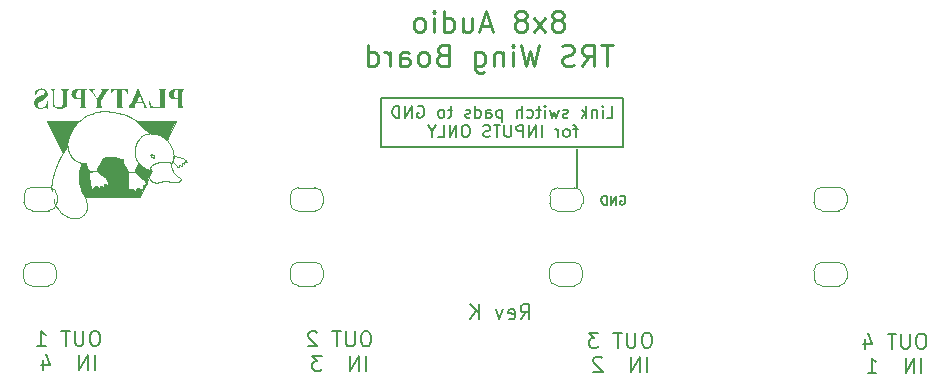
<source format=gbr>
%TF.GenerationSoftware,KiCad,Pcbnew,9.0.0*%
%TF.CreationDate,2025-03-26T11:57:41+11:00*%
%TF.ProjectId,Wing Board 4 TRS Mk IV,57696e67-2042-46f6-9172-642034205452,rev?*%
%TF.SameCoordinates,Original*%
%TF.FileFunction,Legend,Bot*%
%TF.FilePolarity,Positive*%
%FSLAX46Y46*%
G04 Gerber Fmt 4.6, Leading zero omitted, Abs format (unit mm)*
G04 Created by KiCad (PCBNEW 9.0.0) date 2025-03-26 11:57:41*
%MOMM*%
%LPD*%
G01*
G04 APERTURE LIST*
G04 Aperture macros list*
%AMHorizOval*
0 Thick line with rounded ends*
0 $1 width*
0 $2 $3 position (X,Y) of the first rounded end (center of the circle)*
0 $4 $5 position (X,Y) of the second rounded end (center of the circle)*
0 Add line between two ends*
20,1,$1,$2,$3,$4,$5,0*
0 Add two circle primitives to create the rounded ends*
1,1,$1,$2,$3*
1,1,$1,$4,$5*%
%AMFreePoly0*
4,1,23,0.500000,-0.750000,0.000000,-0.750000,0.000000,-0.745722,-0.065263,-0.745722,-0.191342,-0.711940,-0.304381,-0.646677,-0.396677,-0.554381,-0.461940,-0.441342,-0.495722,-0.315263,-0.495722,-0.250000,-0.500000,-0.250000,-0.500000,0.250000,-0.495722,0.250000,-0.495722,0.315263,-0.461940,0.441342,-0.396677,0.554381,-0.304381,0.646677,-0.191342,0.711940,-0.065263,0.745722,0.000000,0.745722,
0.000000,0.750000,0.500000,0.750000,0.500000,-0.750000,0.500000,-0.750000,$1*%
%AMFreePoly1*
4,1,23,0.000000,0.745722,0.065263,0.745722,0.191342,0.711940,0.304381,0.646677,0.396677,0.554381,0.461940,0.441342,0.495722,0.315263,0.495722,0.250000,0.500000,0.250000,0.500000,-0.250000,0.495722,-0.250000,0.495722,-0.315263,0.461940,-0.441342,0.396677,-0.554381,0.304381,-0.646677,0.191342,-0.711940,0.065263,-0.745722,0.000000,-0.745722,0.000000,-0.750000,-0.500000,-0.750000,
-0.500000,0.750000,0.000000,0.750000,0.000000,0.745722,0.000000,0.745722,$1*%
G04 Aperture macros list end*
%ADD10C,0.087312*%
%ADD11C,0.070590*%
%ADD12C,0.203200*%
%ADD13C,0.200000*%
%ADD14C,0.152400*%
%ADD15C,0.254000*%
%ADD16C,0.044450*%
%ADD17C,0.127000*%
%ADD18C,0.120000*%
%ADD19R,1.600000X1.600000*%
%ADD20C,1.600000*%
%ADD21C,2.100000*%
%ADD22C,1.400000*%
%ADD23O,1.400000X1.400000*%
%ADD24HorizOval,2.400000X-0.212132X-0.212132X0.212132X0.212132X0*%
%ADD25R,1.650000X1.650000*%
%ADD26C,1.650000*%
%ADD27C,3.500001*%
%ADD28FreePoly0,180.000000*%
%ADD29FreePoly1,180.000000*%
G04 APERTURE END LIST*
D10*
X25830271Y-23218451D02*
X25908281Y-23222638D01*
X25986627Y-23230207D01*
X26065142Y-23241156D01*
X26143659Y-23255478D01*
X26222013Y-23273172D01*
X26300034Y-23294231D01*
X26377558Y-23318652D01*
X26454417Y-23346431D01*
X26530443Y-23377563D01*
X26605470Y-23412044D01*
X26679332Y-23449870D01*
X26751861Y-23491037D01*
X26822890Y-23535541D01*
X26892253Y-23583377D01*
X26959782Y-23634540D01*
X27025312Y-23689028D01*
X27088673Y-23746835D01*
X27149701Y-23807958D01*
X27208228Y-23872391D01*
X27264087Y-23940132D01*
X27317112Y-24011175D01*
X27367134Y-24085517D01*
X27413988Y-24163153D01*
X27457507Y-24244079D01*
X27502836Y-24334991D01*
X27544440Y-24423844D01*
X27581922Y-24511287D01*
X27614886Y-24597966D01*
X27642935Y-24684528D01*
X27665673Y-24771622D01*
X27682703Y-24859896D01*
X27693627Y-24949995D01*
X27698050Y-25042569D01*
X27695575Y-25138264D01*
X27685805Y-25237728D01*
X27668344Y-25341609D01*
X27642794Y-25450553D01*
X27608759Y-25565210D01*
X27565843Y-25686225D01*
X27513649Y-25814247D01*
X27506078Y-25795629D01*
X27497624Y-25778102D01*
X27488314Y-25761635D01*
X27478174Y-25746199D01*
X27467231Y-25731763D01*
X27455512Y-25718297D01*
X27443043Y-25705770D01*
X27429851Y-25694154D01*
X27415962Y-25683417D01*
X27401404Y-25673529D01*
X27386202Y-25664460D01*
X27370383Y-25656179D01*
X27337001Y-25641865D01*
X27301472Y-25630343D01*
X27264007Y-25621373D01*
X27224821Y-25614713D01*
X27184125Y-25610121D01*
X27142133Y-25607355D01*
X27099058Y-25606175D01*
X27055111Y-25606338D01*
X26965458Y-25609730D01*
X26838684Y-25619267D01*
X26719528Y-25630670D01*
X26607794Y-25644102D01*
X26503282Y-25659727D01*
X26405794Y-25677711D01*
X26315131Y-25698217D01*
X26272298Y-25709467D01*
X26231096Y-25721409D01*
X26191502Y-25734064D01*
X26153490Y-25747453D01*
X26117036Y-25761595D01*
X26082115Y-25776511D01*
X26048701Y-25792222D01*
X26016771Y-25808749D01*
X25986300Y-25826111D01*
X25957262Y-25844330D01*
X25929633Y-25863426D01*
X25903389Y-25883420D01*
X25878503Y-25904331D01*
X25854952Y-25926181D01*
X25832711Y-25948991D01*
X25811755Y-25972779D01*
X25792059Y-25997569D01*
X25773598Y-26023378D01*
X25756348Y-26050230D01*
X25740283Y-26078142D01*
X25733697Y-26086455D01*
X25728153Y-26094700D01*
X25723607Y-26102885D01*
X25720018Y-26111020D01*
X25717343Y-26119114D01*
X25715540Y-26127176D01*
X25714567Y-26135215D01*
X25714381Y-26143240D01*
X25714940Y-26151260D01*
X25716202Y-26159284D01*
X25718123Y-26167322D01*
X25720663Y-26175382D01*
X25723779Y-26183474D01*
X25727428Y-26191605D01*
X25736156Y-26208027D01*
X25746510Y-26224719D01*
X25758150Y-26241754D01*
X25783937Y-26277143D01*
X25797406Y-26295643D01*
X25810807Y-26314776D01*
X25823802Y-26334614D01*
X25836053Y-26355230D01*
X25735180Y-26326260D01*
X25638701Y-26295069D01*
X25546541Y-26261734D01*
X25458623Y-26226335D01*
X25374874Y-26188951D01*
X25295216Y-26149658D01*
X25219575Y-26108537D01*
X25147874Y-26065666D01*
X25080038Y-26021123D01*
X25015992Y-25974986D01*
X24955660Y-25927334D01*
X24898966Y-25878247D01*
X24845835Y-25827801D01*
X24796192Y-25776076D01*
X24749959Y-25723151D01*
X24707063Y-25669103D01*
X24667427Y-25614012D01*
X24630976Y-25557955D01*
X24597634Y-25501012D01*
X24567326Y-25443260D01*
X24539976Y-25384779D01*
X24515508Y-25325647D01*
X24493848Y-25265942D01*
X24474918Y-25205743D01*
X24444950Y-25084176D01*
X24425001Y-24961576D01*
X24414465Y-24838569D01*
X24412737Y-24715785D01*
X24412736Y-24715785D01*
X24415404Y-24655282D01*
X24420266Y-24595052D01*
X24427251Y-24535173D01*
X24436290Y-24475724D01*
X24447313Y-24416786D01*
X24460248Y-24358436D01*
X24475027Y-24300754D01*
X24491579Y-24243820D01*
X24509833Y-24187711D01*
X24529720Y-24132508D01*
X24551170Y-24078290D01*
X24574112Y-24025135D01*
X24598476Y-23973123D01*
X24624192Y-23922333D01*
X24651191Y-23872844D01*
X24679401Y-23824734D01*
X24708752Y-23778085D01*
X24739175Y-23732973D01*
X24770600Y-23689479D01*
X24802955Y-23647682D01*
X24836172Y-23607660D01*
X24870180Y-23569494D01*
X24904908Y-23533261D01*
X24940287Y-23499042D01*
X24976246Y-23466914D01*
X25012716Y-23436958D01*
X25049626Y-23409253D01*
X25086906Y-23383877D01*
X25124486Y-23360910D01*
X25162296Y-23340431D01*
X25200265Y-23322519D01*
X25238323Y-23307253D01*
X25307635Y-23284223D01*
X25378619Y-23264611D01*
X25451106Y-23248411D01*
X25524932Y-23235619D01*
X25599928Y-23226231D01*
X25675928Y-23220244D01*
X25752764Y-23217652D01*
X25830271Y-23218451D01*
D11*
X27139020Y-23796422D02*
X27069862Y-23728788D01*
X26997842Y-23665328D01*
X26923195Y-23606048D01*
X26846155Y-23550954D01*
X26766955Y-23500054D01*
X26685832Y-23453352D01*
X26603018Y-23410856D01*
X26518748Y-23372571D01*
X26433257Y-23338504D01*
X26346778Y-23308661D01*
X26259547Y-23283048D01*
X26171796Y-23261672D01*
X26083761Y-23244539D01*
X25995676Y-23231655D01*
X25907775Y-23223027D01*
X25820293Y-23218660D01*
X25820293Y-23218670D01*
X25766350Y-23193116D01*
X25714674Y-23166740D01*
X25665130Y-23139573D01*
X25617578Y-23111646D01*
X25527905Y-23053638D01*
X25444556Y-22992964D01*
X25366432Y-22929873D01*
X25292431Y-22864612D01*
X25221456Y-22797431D01*
X25152406Y-22728578D01*
X24873470Y-22441418D01*
X24797554Y-22367933D01*
X24716966Y-22294268D01*
X24630606Y-22220670D01*
X24537376Y-22147389D01*
X27942562Y-22141749D01*
X27139020Y-23796422D01*
G36*
X27139020Y-23796422D02*
G01*
X27069862Y-23728788D01*
X26997842Y-23665328D01*
X26923195Y-23606048D01*
X26846155Y-23550954D01*
X26766955Y-23500054D01*
X26685832Y-23453352D01*
X26603018Y-23410856D01*
X26518748Y-23372571D01*
X26433257Y-23338504D01*
X26346778Y-23308661D01*
X26259547Y-23283048D01*
X26171796Y-23261672D01*
X26083761Y-23244539D01*
X25995676Y-23231655D01*
X25907775Y-23223027D01*
X25820293Y-23218660D01*
X25820293Y-23218670D01*
X25766350Y-23193116D01*
X25714674Y-23166740D01*
X25665130Y-23139573D01*
X25617578Y-23111646D01*
X25527905Y-23053638D01*
X25444556Y-22992964D01*
X25366432Y-22929873D01*
X25292431Y-22864612D01*
X25221456Y-22797431D01*
X25152406Y-22728578D01*
X24873470Y-22441418D01*
X24797554Y-22367933D01*
X24716966Y-22294268D01*
X24630606Y-22220670D01*
X24537376Y-22147389D01*
X27942562Y-22141749D01*
X27139020Y-23796422D01*
G37*
D10*
X27785689Y-25095553D02*
X27853069Y-25120682D01*
X27925896Y-25144701D01*
X28002946Y-25168173D01*
X28164820Y-25215740D01*
X28247196Y-25240966D01*
X28328899Y-25267908D01*
X28408706Y-25297130D01*
X28485394Y-25329198D01*
X28557737Y-25364678D01*
X28591897Y-25383873D01*
X28624512Y-25404134D01*
X28655429Y-25425530D01*
X28684495Y-25448132D01*
X28711557Y-25472011D01*
X28736463Y-25497238D01*
X28759058Y-25523883D01*
X28779191Y-25552016D01*
X28796708Y-25581709D01*
X28811456Y-25613033D01*
X28813155Y-25617432D01*
X28813949Y-25620784D01*
X28813878Y-25623165D01*
X28812984Y-25624646D01*
X28811308Y-25625305D01*
X28808894Y-25625213D01*
X28802012Y-25623079D01*
X28753251Y-25599420D01*
X28737420Y-25592696D01*
X28720801Y-25586837D01*
X28712300Y-25584418D01*
X28703727Y-25582438D01*
X28695124Y-25580971D01*
X28686533Y-25580092D01*
X28677994Y-25579875D01*
X28669551Y-25580394D01*
X28661244Y-25581724D01*
X28653115Y-25583939D01*
X28645207Y-25587113D01*
X28637561Y-25591321D01*
X28630217Y-25596636D01*
X28623220Y-25603133D01*
X28616791Y-25610459D01*
X28611100Y-25617597D01*
X28606114Y-25624551D01*
X28601796Y-25631326D01*
X28598112Y-25637927D01*
X28595026Y-25644359D01*
X28592504Y-25650626D01*
X28590511Y-25656735D01*
X28589011Y-25662688D01*
X28587969Y-25668492D01*
X28587350Y-25674151D01*
X28587120Y-25679669D01*
X28587242Y-25685053D01*
X28587683Y-25690306D01*
X28588407Y-25695433D01*
X28589378Y-25700440D01*
X28590563Y-25705330D01*
X28591925Y-25710110D01*
X28595042Y-25719355D01*
X28601867Y-25736724D01*
X28605013Y-25744925D01*
X28607607Y-25752857D01*
X28608610Y-25756733D01*
X28609370Y-25760556D01*
X28609851Y-25764331D01*
X28610019Y-25768062D01*
X28609985Y-25771321D01*
X28609282Y-25773715D01*
X28607938Y-25775310D01*
X28605981Y-25776169D01*
X28603439Y-25776356D01*
X28600339Y-25775936D01*
X28592578Y-25773528D01*
X28544796Y-25752396D01*
X28529779Y-25746799D01*
X28513979Y-25742100D01*
X28505854Y-25740248D01*
X28497617Y-25738813D01*
X28489295Y-25737858D01*
X28480917Y-25737448D01*
X28472509Y-25737647D01*
X28464100Y-25738519D01*
X28455718Y-25740128D01*
X28447390Y-25742538D01*
X28439145Y-25745812D01*
X28431009Y-25750016D01*
X28423012Y-25755212D01*
X28415180Y-25761466D01*
X28407617Y-25768578D01*
X28400992Y-25775683D01*
X28395257Y-25782775D01*
X28390364Y-25789847D01*
X28386264Y-25796893D01*
X28382909Y-25803905D01*
X28380251Y-25810877D01*
X28378241Y-25817803D01*
X28376830Y-25824675D01*
X28375971Y-25831488D01*
X28375615Y-25838234D01*
X28375714Y-25844907D01*
X28376218Y-25851500D01*
X28377081Y-25858007D01*
X28378254Y-25864421D01*
X28379687Y-25870736D01*
X28383145Y-25883039D01*
X28387066Y-25894863D01*
X28394755Y-25916865D01*
X28397749Y-25926936D01*
X28398863Y-25931716D01*
X28399659Y-25936316D01*
X28400087Y-25940730D01*
X28400099Y-25944952D01*
X28399646Y-25948975D01*
X28398681Y-25952791D01*
X28396725Y-25956900D01*
X28393984Y-25959992D01*
X28390505Y-25962135D01*
X28386335Y-25963395D01*
X28381523Y-25963839D01*
X28376114Y-25963532D01*
X28370156Y-25962542D01*
X28363696Y-25960934D01*
X28349459Y-25956133D01*
X28333781Y-25949660D01*
X28299610Y-25933824D01*
X28264200Y-25917679D01*
X28246974Y-25910820D01*
X28230570Y-25905477D01*
X28222795Y-25903541D01*
X28215367Y-25902183D01*
X28208332Y-25901471D01*
X28201740Y-25901470D01*
X28195636Y-25902247D01*
X28190067Y-25903868D01*
X28185082Y-25906400D01*
X28180726Y-25909910D01*
X28176608Y-25914024D01*
X28172907Y-25918316D01*
X28169594Y-25922772D01*
X28166641Y-25927375D01*
X28164020Y-25932112D01*
X28161701Y-25936966D01*
X28159658Y-25941922D01*
X28157860Y-25946967D01*
X28154890Y-25957258D01*
X28152564Y-25967718D01*
X28148934Y-25988662D01*
X28147174Y-25998905D01*
X28145149Y-26008834D01*
X28142631Y-26018328D01*
X28141115Y-26022874D01*
X28139391Y-26027266D01*
X28137430Y-26031490D01*
X28135204Y-26035529D01*
X28132683Y-26039369D01*
X28129840Y-26042994D01*
X28126647Y-26046390D01*
X28123074Y-26049541D01*
X28119093Y-26052433D01*
X28114677Y-26055050D01*
X28107698Y-26057031D01*
X28099209Y-26056865D01*
X28089304Y-26054667D01*
X28078080Y-26050552D01*
X28065633Y-26044635D01*
X28052057Y-26037030D01*
X28021902Y-26017217D01*
X27988380Y-25992030D01*
X27952256Y-25962389D01*
X27914294Y-25929211D01*
X27875257Y-25893414D01*
X27797020Y-25817635D01*
X27723659Y-25742397D01*
X27661289Y-25675045D01*
X27616024Y-25622922D01*
X27616004Y-25622922D01*
X27626334Y-25595318D01*
X27636263Y-25565829D01*
X27645776Y-25534658D01*
X27654859Y-25502008D01*
X27671675Y-25433084D01*
X27686594Y-25360680D01*
X27699501Y-25286421D01*
X27710278Y-25211929D01*
X27718810Y-25138830D01*
X27724980Y-25068746D01*
X27785689Y-25095553D01*
D11*
X19702112Y-22133743D02*
X19702102Y-22133743D01*
X19702113Y-22133733D01*
X19702112Y-22133743D01*
G36*
X19702112Y-22133743D02*
G01*
X19702102Y-22133743D01*
X19702113Y-22133733D01*
X19702112Y-22133743D01*
G37*
D10*
X18726381Y-24317564D02*
X18749754Y-24461327D01*
X18782047Y-24599517D01*
X18823106Y-24731744D01*
X18872780Y-24857618D01*
X18930915Y-24976749D01*
X18997359Y-25088746D01*
X19071960Y-25193220D01*
X19112271Y-25242514D01*
X19154564Y-25289781D01*
X19198820Y-25334972D01*
X19245020Y-25378038D01*
X19293144Y-25418931D01*
X19343174Y-25457601D01*
X19395090Y-25494001D01*
X19448874Y-25528081D01*
X19504506Y-25559793D01*
X19561967Y-25589088D01*
X19621239Y-25615916D01*
X19682301Y-25640230D01*
X19745136Y-25661981D01*
X19809724Y-25681119D01*
X19876045Y-25697596D01*
X19944081Y-25711364D01*
X19944081Y-25711374D01*
X19895334Y-25823804D01*
X19852023Y-25935065D01*
X19780943Y-26153901D01*
X19729299Y-26367524D01*
X19695550Y-26575576D01*
X19678155Y-26777699D01*
X19675574Y-26973535D01*
X19686264Y-27162728D01*
X19708685Y-27344918D01*
X19741296Y-27519749D01*
X19782556Y-27686863D01*
X19830924Y-27845902D01*
X19884858Y-27996508D01*
X19942818Y-28138324D01*
X20003263Y-28270991D01*
X20125441Y-28507451D01*
X20167373Y-28587476D01*
X20210313Y-28677566D01*
X20252330Y-28776450D01*
X20291495Y-28882861D01*
X20325875Y-28995527D01*
X20353540Y-29113181D01*
X20372560Y-29234552D01*
X20378224Y-29296235D01*
X20381003Y-29358372D01*
X20380655Y-29420804D01*
X20376939Y-29483371D01*
X20369613Y-29545916D01*
X20358437Y-29608280D01*
X20343168Y-29670304D01*
X20323565Y-29731829D01*
X20299388Y-29792697D01*
X20270394Y-29852749D01*
X20236343Y-29911827D01*
X20196992Y-29969771D01*
X20152102Y-30026424D01*
X20101429Y-30081626D01*
X20044734Y-30135219D01*
X19981774Y-30187044D01*
X19912308Y-30236942D01*
X19836095Y-30284756D01*
X19790078Y-30309749D01*
X19742383Y-30331701D01*
X19693130Y-30350669D01*
X19642435Y-30366711D01*
X19590419Y-30379884D01*
X19537198Y-30390247D01*
X19482891Y-30397857D01*
X19427615Y-30402772D01*
X19371490Y-30405051D01*
X19314633Y-30404750D01*
X19199197Y-30396643D01*
X19082251Y-30378914D01*
X18964740Y-30352026D01*
X18847611Y-30316442D01*
X18731808Y-30272624D01*
X18618276Y-30221036D01*
X18507961Y-30162141D01*
X18401807Y-30096400D01*
X18300760Y-30024278D01*
X18205765Y-29946237D01*
X18117767Y-29862739D01*
X18052334Y-29792465D01*
X17990320Y-29719505D01*
X17931662Y-29644036D01*
X17876298Y-29566238D01*
X17775203Y-29404365D01*
X17686535Y-29235309D01*
X17609797Y-29060496D01*
X17544489Y-28881349D01*
X17490112Y-28699293D01*
X17446169Y-28515753D01*
X17412160Y-28332154D01*
X17387586Y-28149919D01*
X17371948Y-27970474D01*
X17364749Y-27795244D01*
X17365488Y-27625652D01*
X17373668Y-27463123D01*
X17388790Y-27309082D01*
X17410354Y-27164953D01*
X17472753Y-26862566D01*
X17544068Y-26584167D01*
X17622930Y-26327905D01*
X17707972Y-26091928D01*
X17797823Y-25874386D01*
X17891114Y-25673427D01*
X17986477Y-25487199D01*
X18082543Y-25313852D01*
X18446451Y-24712243D01*
X18525495Y-24575529D01*
X18597027Y-24440587D01*
X18659678Y-24305568D01*
X18712080Y-24168618D01*
X18726381Y-24317564D01*
X25820549Y-24968456D02*
X25827139Y-24969134D01*
X25833929Y-24970162D01*
X25840906Y-24971542D01*
X25848060Y-24973274D01*
X25855380Y-24975361D01*
X25862852Y-24977802D01*
X25870467Y-24980600D01*
X25878213Y-24983755D01*
X25886077Y-24987269D01*
X25894049Y-24991143D01*
X25902118Y-24995379D01*
X25910270Y-24999976D01*
X25918496Y-25004937D01*
X25926784Y-25010263D01*
X25935122Y-25015955D01*
X25935122Y-25015965D01*
X25951481Y-25027505D01*
X25967081Y-25039785D01*
X25981858Y-25052692D01*
X25995751Y-25066116D01*
X26008695Y-25079947D01*
X26020628Y-25094072D01*
X26031487Y-25108380D01*
X26041209Y-25122761D01*
X26049732Y-25137103D01*
X26056992Y-25151296D01*
X26062927Y-25165227D01*
X26067473Y-25178787D01*
X26069206Y-25185392D01*
X26070568Y-25191863D01*
X26071552Y-25198185D01*
X26072149Y-25204344D01*
X26072352Y-25210327D01*
X26072153Y-25216120D01*
X26071544Y-25221709D01*
X26070517Y-25227079D01*
X26069078Y-25232472D01*
X26067245Y-25237516D01*
X26065027Y-25242211D01*
X26062438Y-25246556D01*
X26059489Y-25250551D01*
X26056190Y-25254195D01*
X26052554Y-25257487D01*
X26048592Y-25260428D01*
X26044315Y-25263015D01*
X26039736Y-25265249D01*
X26034864Y-25267129D01*
X26029713Y-25268655D01*
X26024294Y-25269825D01*
X26018617Y-25270640D01*
X26012695Y-25271098D01*
X26006538Y-25271200D01*
X26000160Y-25270943D01*
X25993570Y-25270329D01*
X25986780Y-25269356D01*
X25979803Y-25268023D01*
X25972649Y-25266330D01*
X25965329Y-25264277D01*
X25957857Y-25261862D01*
X25950242Y-25259086D01*
X25942496Y-25255947D01*
X25934632Y-25252445D01*
X25926659Y-25248580D01*
X25918591Y-25244350D01*
X25910438Y-25239755D01*
X25902212Y-25234795D01*
X25893924Y-25229469D01*
X25885586Y-25223776D01*
X25869226Y-25212236D01*
X25853627Y-25199951D01*
X25838849Y-25187028D01*
X25824957Y-25173574D01*
X25812013Y-25159694D01*
X25800080Y-25145496D01*
X25789220Y-25131085D01*
X25779498Y-25116568D01*
X25770975Y-25102050D01*
X25763715Y-25087639D01*
X25757780Y-25073441D01*
X25753234Y-25059561D01*
X25751501Y-25052775D01*
X25750139Y-25046107D01*
X25749155Y-25039573D01*
X25748558Y-25033185D01*
X25748355Y-25026956D01*
X25748554Y-25020900D01*
X25749163Y-25015030D01*
X25750190Y-25009359D01*
X25751629Y-25004266D01*
X25753463Y-24999504D01*
X25755680Y-24995072D01*
X25758269Y-24990972D01*
X25761219Y-24987206D01*
X25764518Y-24983775D01*
X25768154Y-24980679D01*
X25772116Y-24977920D01*
X25776393Y-24975500D01*
X25780973Y-24973419D01*
X25785844Y-24971678D01*
X25790995Y-24970280D01*
X25796415Y-24969224D01*
X25802092Y-24968513D01*
X25808014Y-24968147D01*
X25814170Y-24968128D01*
X25820549Y-24968456D01*
D12*
X61823600Y-27711400D02*
X61823600Y-24517350D01*
D11*
X19601831Y-22228866D02*
X19508145Y-22326813D01*
X19420815Y-22427241D01*
X19339598Y-22529815D01*
X19264254Y-22634202D01*
X19194540Y-22740068D01*
X19130215Y-22847079D01*
X19071038Y-22954902D01*
X19016766Y-23063203D01*
X18967160Y-23171648D01*
X18921976Y-23279903D01*
X18880974Y-23387635D01*
X18843912Y-23494509D01*
X18810548Y-23600193D01*
X18780641Y-23704353D01*
X18753950Y-23806654D01*
X18744080Y-23849661D01*
X18735716Y-23892561D01*
X18728792Y-23935343D01*
X18723246Y-23977993D01*
X18719011Y-24020500D01*
X18716024Y-24062851D01*
X18714219Y-24105034D01*
X18713533Y-24147036D01*
X18697072Y-24193562D01*
X18679306Y-24239777D01*
X18660293Y-24285744D01*
X18640091Y-24331529D01*
X18618757Y-24377195D01*
X18596350Y-24422807D01*
X18548545Y-24514123D01*
X18497137Y-24605992D01*
X18442589Y-24698925D01*
X18325917Y-24890040D01*
X17004971Y-22138164D01*
X19702102Y-22133743D01*
X19601831Y-22228866D01*
G36*
X19601831Y-22228866D02*
G01*
X19508145Y-22326813D01*
X19420815Y-22427241D01*
X19339598Y-22529815D01*
X19264254Y-22634202D01*
X19194540Y-22740068D01*
X19130215Y-22847079D01*
X19071038Y-22954902D01*
X19016766Y-23063203D01*
X18967160Y-23171648D01*
X18921976Y-23279903D01*
X18880974Y-23387635D01*
X18843912Y-23494509D01*
X18810548Y-23600193D01*
X18780641Y-23704353D01*
X18753950Y-23806654D01*
X18744080Y-23849661D01*
X18735716Y-23892561D01*
X18728792Y-23935343D01*
X18723246Y-23977993D01*
X18719011Y-24020500D01*
X18716024Y-24062851D01*
X18714219Y-24105034D01*
X18713533Y-24147036D01*
X18697072Y-24193562D01*
X18679306Y-24239777D01*
X18660293Y-24285744D01*
X18640091Y-24331529D01*
X18618757Y-24377195D01*
X18596350Y-24422807D01*
X18548545Y-24514123D01*
X18497137Y-24605992D01*
X18442589Y-24698925D01*
X18325917Y-24890040D01*
X17004971Y-22138164D01*
X19702102Y-22133743D01*
X19601831Y-22228866D01*
G37*
X22377098Y-25210792D02*
X22503564Y-25219706D01*
X22629174Y-25233033D01*
X22752190Y-25250109D01*
X22870878Y-25270272D01*
X22983500Y-25292862D01*
X23088320Y-25317215D01*
X23183602Y-25342669D01*
X23267609Y-25368562D01*
X23338605Y-25394233D01*
X23394855Y-25419019D01*
X23397249Y-25460413D01*
X23401280Y-25500526D01*
X23406858Y-25539434D01*
X23413899Y-25577208D01*
X23422313Y-25613924D01*
X23432015Y-25649655D01*
X23442917Y-25684474D01*
X23454932Y-25718455D01*
X23481952Y-25784200D01*
X23512379Y-25847479D01*
X23545515Y-25908883D01*
X23580664Y-25969000D01*
X23654212Y-26087738D01*
X23691217Y-26147538D01*
X23727447Y-26208412D01*
X23762206Y-26270950D01*
X23794795Y-26335742D01*
X23824519Y-26403378D01*
X23838089Y-26438447D01*
X23850680Y-26474449D01*
X23851744Y-26474666D01*
X23852723Y-26474837D01*
X23853644Y-26474978D01*
X23854535Y-26475104D01*
X23855424Y-26475231D01*
X23856339Y-26475373D01*
X23857308Y-26475547D01*
X23858359Y-26475768D01*
X23867953Y-26534551D01*
X23874495Y-26594842D01*
X23878310Y-26656296D01*
X23879721Y-26718571D01*
X23879055Y-26781323D01*
X23876637Y-26844208D01*
X23867839Y-26969004D01*
X23843501Y-27205084D01*
X23833157Y-27310873D01*
X23829578Y-27359502D01*
X23827495Y-27404829D01*
X23827557Y-27449846D01*
X23828918Y-27497774D01*
X23831481Y-27547810D01*
X23835148Y-27599151D01*
X23839824Y-27650996D01*
X23845409Y-27702542D01*
X23851808Y-27752987D01*
X23858924Y-27801528D01*
X23866658Y-27847364D01*
X23874915Y-27889691D01*
X23883596Y-27927707D01*
X23892605Y-27960611D01*
X23901845Y-27987600D01*
X23911219Y-28007870D01*
X23915925Y-28015236D01*
X23920629Y-28020621D01*
X23925317Y-28023926D01*
X23929978Y-28025050D01*
X23935787Y-28026114D01*
X23941463Y-28026256D01*
X23947028Y-28025540D01*
X23952505Y-28024028D01*
X23957916Y-28021784D01*
X23963285Y-28018872D01*
X23968632Y-28015355D01*
X23973980Y-28011296D01*
X23984771Y-28001807D01*
X23995838Y-27990913D01*
X24019511Y-27966935D01*
X24032477Y-27954866D01*
X24039321Y-27949034D01*
X24046435Y-27943421D01*
X24053842Y-27938091D01*
X24061564Y-27933107D01*
X24069624Y-27928532D01*
X24078044Y-27924430D01*
X24086846Y-27920864D01*
X24096053Y-27917898D01*
X24105687Y-27915595D01*
X24115771Y-27914018D01*
X24126327Y-27913232D01*
X24137377Y-27913298D01*
X24148945Y-27914281D01*
X24161051Y-27916245D01*
X24173583Y-27919070D01*
X24185800Y-27922567D01*
X24197716Y-27926694D01*
X24209345Y-27931407D01*
X24220701Y-27936663D01*
X24231798Y-27942421D01*
X24242650Y-27948636D01*
X24253270Y-27955266D01*
X24263672Y-27962268D01*
X24273871Y-27969600D01*
X24293714Y-27985078D01*
X24312909Y-28001359D01*
X24331566Y-28018098D01*
X24367716Y-28051582D01*
X24385429Y-28067640D01*
X24403050Y-28082785D01*
X24420690Y-28096673D01*
X24429551Y-28103039D01*
X24438459Y-28108962D01*
X24447427Y-28114400D01*
X24456469Y-28119308D01*
X24465599Y-28123646D01*
X24474831Y-28127369D01*
X24483095Y-28125825D01*
X24490595Y-28123097D01*
X24497396Y-28119260D01*
X24503567Y-28114386D01*
X24509173Y-28108551D01*
X24514284Y-28101827D01*
X24518965Y-28094288D01*
X24523283Y-28086009D01*
X24531102Y-28067522D01*
X24538277Y-28046956D01*
X24552845Y-28001947D01*
X24561311Y-27978684D01*
X24571282Y-27955702D01*
X24577000Y-27944500D01*
X24583295Y-27933590D01*
X24590234Y-27923045D01*
X24597886Y-27912938D01*
X24606316Y-27903345D01*
X24615592Y-27894338D01*
X24625782Y-27885990D01*
X24636951Y-27878377D01*
X24649169Y-27871571D01*
X24662500Y-27865647D01*
X24677014Y-27860677D01*
X24692776Y-27856736D01*
X24701561Y-27855682D01*
X24711163Y-27855566D01*
X24721527Y-27856324D01*
X24732599Y-27857889D01*
X24756646Y-27863180D01*
X24782870Y-27870911D01*
X24810836Y-27880555D01*
X24840107Y-27891586D01*
X24900826Y-27915702D01*
X24961545Y-27939045D01*
X24990816Y-27949109D01*
X25018781Y-27957399D01*
X25045004Y-27963389D01*
X25057326Y-27965357D01*
X25069050Y-27966552D01*
X25080120Y-27966908D01*
X25090484Y-27966360D01*
X25100085Y-27964843D01*
X25108870Y-27962289D01*
X25113296Y-27959984D01*
X25116721Y-27956800D01*
X25119229Y-27952764D01*
X25120903Y-27947906D01*
X25121827Y-27942253D01*
X25122084Y-27935834D01*
X25120932Y-27920810D01*
X25106348Y-27835740D01*
X25103547Y-27809363D01*
X25102421Y-27781396D01*
X25103637Y-27752066D01*
X25105332Y-27736961D01*
X25107863Y-27721600D01*
X25111313Y-27706012D01*
X25115766Y-27690225D01*
X25121305Y-27674267D01*
X25128015Y-27658167D01*
X25135977Y-27641953D01*
X25145277Y-27625654D01*
X25155997Y-27609297D01*
X25168221Y-27592912D01*
X25172693Y-27587688D01*
X25177251Y-27582750D01*
X25181891Y-27578090D01*
X25186608Y-27573700D01*
X25191399Y-27569574D01*
X25196259Y-27565701D01*
X25206173Y-27558691D01*
X25216315Y-27552607D01*
X25226656Y-27547388D01*
X25237161Y-27542972D01*
X25247799Y-27539296D01*
X25258538Y-27536299D01*
X25269344Y-27533920D01*
X25280187Y-27532096D01*
X25291034Y-27530764D01*
X25301851Y-27529864D01*
X25312608Y-27529334D01*
X25323272Y-27529111D01*
X25333810Y-27529133D01*
X25206418Y-27793452D01*
X24822548Y-28581653D01*
X20161800Y-28583153D01*
X20025601Y-28324791D01*
X19957129Y-28183968D01*
X19923631Y-28108581D01*
X19890943Y-28029089D01*
X19859301Y-27944904D01*
X19828944Y-27855434D01*
X19800108Y-27760090D01*
X19773032Y-27658281D01*
X19747952Y-27549418D01*
X19725108Y-27432911D01*
X19704735Y-27308168D01*
X19687072Y-27174601D01*
X19680218Y-27105528D01*
X19675790Y-27036576D01*
X19673641Y-26967882D01*
X19673628Y-26899580D01*
X19675605Y-26831807D01*
X19679429Y-26764699D01*
X19684953Y-26698391D01*
X19692034Y-26633020D01*
X19710286Y-26505629D01*
X19733027Y-26383614D01*
X19759098Y-26268062D01*
X19787342Y-26160058D01*
X19816599Y-26060691D01*
X19845713Y-25971047D01*
X19873526Y-25892212D01*
X19898878Y-25825273D01*
X19937571Y-25731434D01*
X19952527Y-25698221D01*
X19991520Y-25702868D01*
X20029428Y-25705662D01*
X20067027Y-25706709D01*
X20105093Y-25706117D01*
X20144400Y-25703992D01*
X20185725Y-25700439D01*
X20229842Y-25695567D01*
X20277528Y-25689480D01*
X20276816Y-25715142D01*
X20277636Y-25740848D01*
X20279893Y-25766575D01*
X20283493Y-25792299D01*
X20288342Y-25817996D01*
X20294344Y-25843642D01*
X20301405Y-25869215D01*
X20309430Y-25894689D01*
X20327995Y-25945249D01*
X20349282Y-25995132D01*
X20372533Y-26044148D01*
X20396991Y-26092107D01*
X20491755Y-26269571D01*
X20510892Y-26309394D01*
X20526694Y-26347020D01*
X20538403Y-26382259D01*
X20542487Y-26398923D01*
X20545263Y-26414920D01*
X20557610Y-26574608D01*
X20568453Y-26784182D01*
X20582259Y-27023578D01*
X20603494Y-27272728D01*
X20618293Y-27394691D01*
X20636624Y-27511568D01*
X20659045Y-27620851D01*
X20686115Y-27720031D01*
X20701568Y-27765049D01*
X20718392Y-27806600D01*
X20736657Y-27844372D01*
X20756434Y-27878051D01*
X20777791Y-27907322D01*
X20800799Y-27931874D01*
X20825528Y-27951391D01*
X20852047Y-27965562D01*
X20856928Y-27966668D01*
X20861683Y-27966328D01*
X20866343Y-27964625D01*
X20870936Y-27961639D01*
X20875491Y-27957452D01*
X20880036Y-27952145D01*
X20889216Y-27938500D01*
X20898706Y-27921356D01*
X20908740Y-27901366D01*
X20931363Y-27855455D01*
X20944417Y-27830840D01*
X20958940Y-27805988D01*
X20975166Y-27781552D01*
X20983989Y-27769693D01*
X20993325Y-27758184D01*
X21003203Y-27747104D01*
X21013650Y-27736536D01*
X21024697Y-27726562D01*
X21036373Y-27717262D01*
X21048706Y-27708719D01*
X21061724Y-27701014D01*
X21075459Y-27694228D01*
X21089937Y-27688443D01*
X21104905Y-27684247D01*
X21119470Y-27682083D01*
X21133639Y-27681821D01*
X21147415Y-27683329D01*
X21160803Y-27686474D01*
X21173809Y-27691127D01*
X21186438Y-27697153D01*
X21198693Y-27704423D01*
X21210581Y-27712804D01*
X21222106Y-27722165D01*
X21233272Y-27732374D01*
X21244085Y-27743299D01*
X21264671Y-27766771D01*
X21283902Y-27791529D01*
X21348059Y-27882346D01*
X21361101Y-27897730D01*
X21367199Y-27903599D01*
X21373022Y-27908078D01*
X21378575Y-27911035D01*
X21383862Y-27912339D01*
X21388888Y-27911856D01*
X21393658Y-27909457D01*
X21396981Y-27906744D01*
X21400156Y-27902981D01*
X21403210Y-27898242D01*
X21406169Y-27892598D01*
X21411910Y-27878880D01*
X21417593Y-27862404D01*
X21429634Y-27823476D01*
X21436419Y-27802174D01*
X21443997Y-27780412D01*
X21452581Y-27758767D01*
X21462384Y-27737812D01*
X21467810Y-27727774D01*
X21473620Y-27718123D01*
X21479841Y-27708933D01*
X21486500Y-27700275D01*
X21493624Y-27692221D01*
X21501238Y-27684842D01*
X21509371Y-27678211D01*
X21518048Y-27672399D01*
X21527296Y-27667479D01*
X21537141Y-27663522D01*
X21547611Y-27660600D01*
X21558731Y-27658785D01*
X21569798Y-27658405D01*
X21580704Y-27659073D01*
X21591443Y-27660715D01*
X21602009Y-27663257D01*
X21612396Y-27666626D01*
X21622598Y-27670747D01*
X21632609Y-27675547D01*
X21642423Y-27680953D01*
X21652034Y-27686891D01*
X21661436Y-27693286D01*
X21670623Y-27700066D01*
X21679588Y-27707156D01*
X21696830Y-27721973D01*
X21713115Y-27737148D01*
X21742617Y-27766212D01*
X21755737Y-27778922D01*
X21767707Y-27789631D01*
X21773245Y-27794051D01*
X21778476Y-27797749D01*
X21783396Y-27800652D01*
X21787998Y-27802687D01*
X21792275Y-27803779D01*
X21796222Y-27803854D01*
X21799833Y-27802840D01*
X21803102Y-27800662D01*
X21804163Y-27796421D01*
X21804899Y-27791169D01*
X21805556Y-27777911D01*
X21804767Y-27742365D01*
X21803365Y-27698545D01*
X21803255Y-27674947D01*
X21803978Y-27650976D01*
X21805861Y-27627199D01*
X21809235Y-27604180D01*
X21811583Y-27593131D01*
X21814426Y-27582485D01*
X21817807Y-27572310D01*
X21821765Y-27562679D01*
X21826342Y-27553661D01*
X21831579Y-27545327D01*
X21837516Y-27537749D01*
X21844197Y-27530996D01*
X21851660Y-27525140D01*
X21859947Y-27520250D01*
X21869100Y-27516398D01*
X21879159Y-27513655D01*
X21889825Y-27512214D01*
X21900746Y-27511563D01*
X21911890Y-27511638D01*
X21923223Y-27512379D01*
X21934710Y-27513724D01*
X21946318Y-27515611D01*
X21958014Y-27517979D01*
X21969762Y-27520766D01*
X21993282Y-27527351D01*
X22016609Y-27534873D01*
X22061598Y-27550758D01*
X22082718Y-27558135D01*
X22102562Y-27564478D01*
X22120857Y-27569294D01*
X22129340Y-27570975D01*
X22137335Y-27572090D01*
X22144807Y-27572577D01*
X22151722Y-27572374D01*
X22158048Y-27571420D01*
X22163750Y-27569653D01*
X22168794Y-27567011D01*
X22173146Y-27563433D01*
X22176773Y-27558858D01*
X22179640Y-27553223D01*
X22180933Y-27536601D01*
X22178695Y-27512097D01*
X22173032Y-27480644D01*
X22164051Y-27443175D01*
X22151858Y-27400622D01*
X22136560Y-27353918D01*
X22118263Y-27303996D01*
X22097073Y-27251787D01*
X22073097Y-27198226D01*
X22046441Y-27144244D01*
X22017211Y-27090775D01*
X21985515Y-27038750D01*
X21951457Y-26989103D01*
X21915146Y-26942767D01*
X21876687Y-26900673D01*
X21856685Y-26881509D01*
X21836186Y-26863756D01*
X21793479Y-26829784D01*
X21749786Y-26797010D01*
X21705436Y-26765240D01*
X21660758Y-26734282D01*
X21485335Y-26614697D01*
X21443947Y-26584897D01*
X21404203Y-26554750D01*
X21366432Y-26524061D01*
X21330963Y-26492639D01*
X21298126Y-26460289D01*
X21268248Y-26426819D01*
X21254521Y-26409603D01*
X21241658Y-26392035D01*
X21229699Y-26374090D01*
X21218686Y-26355744D01*
X21214137Y-26357044D01*
X21209397Y-26358243D01*
X21204521Y-26359371D01*
X21199562Y-26360456D01*
X21189613Y-26362614D01*
X21184731Y-26363745D01*
X21179983Y-26364949D01*
X21202646Y-26358647D01*
X21214025Y-26355520D01*
X21225344Y-26352511D01*
X21221928Y-26329749D01*
X21220887Y-26306590D01*
X21222102Y-26283007D01*
X21225451Y-26258972D01*
X21230816Y-26234456D01*
X21238074Y-26209431D01*
X21257793Y-26157738D01*
X21283646Y-26103668D01*
X21314669Y-26046994D01*
X21388379Y-25924922D01*
X21471222Y-25789706D01*
X21513662Y-25716601D01*
X21555498Y-25639529D01*
X21595767Y-25558264D01*
X21633507Y-25472577D01*
X21667754Y-25382241D01*
X21697547Y-25287031D01*
X21743815Y-25270211D01*
X21792690Y-25255570D01*
X21897394Y-25232494D01*
X22009923Y-25217140D01*
X22128541Y-25208847D01*
X22251512Y-25206951D01*
X22377098Y-25210792D01*
G36*
X22377098Y-25210792D02*
G01*
X22503564Y-25219706D01*
X22629174Y-25233033D01*
X22752190Y-25250109D01*
X22870878Y-25270272D01*
X22983500Y-25292862D01*
X23088320Y-25317215D01*
X23183602Y-25342669D01*
X23267609Y-25368562D01*
X23338605Y-25394233D01*
X23394855Y-25419019D01*
X23397249Y-25460413D01*
X23401280Y-25500526D01*
X23406858Y-25539434D01*
X23413899Y-25577208D01*
X23422313Y-25613924D01*
X23432015Y-25649655D01*
X23442917Y-25684474D01*
X23454932Y-25718455D01*
X23481952Y-25784200D01*
X23512379Y-25847479D01*
X23545515Y-25908883D01*
X23580664Y-25969000D01*
X23654212Y-26087738D01*
X23691217Y-26147538D01*
X23727447Y-26208412D01*
X23762206Y-26270950D01*
X23794795Y-26335742D01*
X23824519Y-26403378D01*
X23838089Y-26438447D01*
X23850680Y-26474449D01*
X23851744Y-26474666D01*
X23852723Y-26474837D01*
X23853644Y-26474978D01*
X23854535Y-26475104D01*
X23855424Y-26475231D01*
X23856339Y-26475373D01*
X23857308Y-26475547D01*
X23858359Y-26475768D01*
X23867953Y-26534551D01*
X23874495Y-26594842D01*
X23878310Y-26656296D01*
X23879721Y-26718571D01*
X23879055Y-26781323D01*
X23876637Y-26844208D01*
X23867839Y-26969004D01*
X23843501Y-27205084D01*
X23833157Y-27310873D01*
X23829578Y-27359502D01*
X23827495Y-27404829D01*
X23827557Y-27449846D01*
X23828918Y-27497774D01*
X23831481Y-27547810D01*
X23835148Y-27599151D01*
X23839824Y-27650996D01*
X23845409Y-27702542D01*
X23851808Y-27752987D01*
X23858924Y-27801528D01*
X23866658Y-27847364D01*
X23874915Y-27889691D01*
X23883596Y-27927707D01*
X23892605Y-27960611D01*
X23901845Y-27987600D01*
X23911219Y-28007870D01*
X23915925Y-28015236D01*
X23920629Y-28020621D01*
X23925317Y-28023926D01*
X23929978Y-28025050D01*
X23935787Y-28026114D01*
X23941463Y-28026256D01*
X23947028Y-28025540D01*
X23952505Y-28024028D01*
X23957916Y-28021784D01*
X23963285Y-28018872D01*
X23968632Y-28015355D01*
X23973980Y-28011296D01*
X23984771Y-28001807D01*
X23995838Y-27990913D01*
X24019511Y-27966935D01*
X24032477Y-27954866D01*
X24039321Y-27949034D01*
X24046435Y-27943421D01*
X24053842Y-27938091D01*
X24061564Y-27933107D01*
X24069624Y-27928532D01*
X24078044Y-27924430D01*
X24086846Y-27920864D01*
X24096053Y-27917898D01*
X24105687Y-27915595D01*
X24115771Y-27914018D01*
X24126327Y-27913232D01*
X24137377Y-27913298D01*
X24148945Y-27914281D01*
X24161051Y-27916245D01*
X24173583Y-27919070D01*
X24185800Y-27922567D01*
X24197716Y-27926694D01*
X24209345Y-27931407D01*
X24220701Y-27936663D01*
X24231798Y-27942421D01*
X24242650Y-27948636D01*
X24253270Y-27955266D01*
X24263672Y-27962268D01*
X24273871Y-27969600D01*
X24293714Y-27985078D01*
X24312909Y-28001359D01*
X24331566Y-28018098D01*
X24367716Y-28051582D01*
X24385429Y-28067640D01*
X24403050Y-28082785D01*
X24420690Y-28096673D01*
X24429551Y-28103039D01*
X24438459Y-28108962D01*
X24447427Y-28114400D01*
X24456469Y-28119308D01*
X24465599Y-28123646D01*
X24474831Y-28127369D01*
X24483095Y-28125825D01*
X24490595Y-28123097D01*
X24497396Y-28119260D01*
X24503567Y-28114386D01*
X24509173Y-28108551D01*
X24514284Y-28101827D01*
X24518965Y-28094288D01*
X24523283Y-28086009D01*
X24531102Y-28067522D01*
X24538277Y-28046956D01*
X24552845Y-28001947D01*
X24561311Y-27978684D01*
X24571282Y-27955702D01*
X24577000Y-27944500D01*
X24583295Y-27933590D01*
X24590234Y-27923045D01*
X24597886Y-27912938D01*
X24606316Y-27903345D01*
X24615592Y-27894338D01*
X24625782Y-27885990D01*
X24636951Y-27878377D01*
X24649169Y-27871571D01*
X24662500Y-27865647D01*
X24677014Y-27860677D01*
X24692776Y-27856736D01*
X24701561Y-27855682D01*
X24711163Y-27855566D01*
X24721527Y-27856324D01*
X24732599Y-27857889D01*
X24756646Y-27863180D01*
X24782870Y-27870911D01*
X24810836Y-27880555D01*
X24840107Y-27891586D01*
X24900826Y-27915702D01*
X24961545Y-27939045D01*
X24990816Y-27949109D01*
X25018781Y-27957399D01*
X25045004Y-27963389D01*
X25057326Y-27965357D01*
X25069050Y-27966552D01*
X25080120Y-27966908D01*
X25090484Y-27966360D01*
X25100085Y-27964843D01*
X25108870Y-27962289D01*
X25113296Y-27959984D01*
X25116721Y-27956800D01*
X25119229Y-27952764D01*
X25120903Y-27947906D01*
X25121827Y-27942253D01*
X25122084Y-27935834D01*
X25120932Y-27920810D01*
X25106348Y-27835740D01*
X25103547Y-27809363D01*
X25102421Y-27781396D01*
X25103637Y-27752066D01*
X25105332Y-27736961D01*
X25107863Y-27721600D01*
X25111313Y-27706012D01*
X25115766Y-27690225D01*
X25121305Y-27674267D01*
X25128015Y-27658167D01*
X25135977Y-27641953D01*
X25145277Y-27625654D01*
X25155997Y-27609297D01*
X25168221Y-27592912D01*
X25172693Y-27587688D01*
X25177251Y-27582750D01*
X25181891Y-27578090D01*
X25186608Y-27573700D01*
X25191399Y-27569574D01*
X25196259Y-27565701D01*
X25206173Y-27558691D01*
X25216315Y-27552607D01*
X25226656Y-27547388D01*
X25237161Y-27542972D01*
X25247799Y-27539296D01*
X25258538Y-27536299D01*
X25269344Y-27533920D01*
X25280187Y-27532096D01*
X25291034Y-27530764D01*
X25301851Y-27529864D01*
X25312608Y-27529334D01*
X25323272Y-27529111D01*
X25333810Y-27529133D01*
X25206418Y-27793452D01*
X24822548Y-28581653D01*
X20161800Y-28583153D01*
X20025601Y-28324791D01*
X19957129Y-28183968D01*
X19923631Y-28108581D01*
X19890943Y-28029089D01*
X19859301Y-27944904D01*
X19828944Y-27855434D01*
X19800108Y-27760090D01*
X19773032Y-27658281D01*
X19747952Y-27549418D01*
X19725108Y-27432911D01*
X19704735Y-27308168D01*
X19687072Y-27174601D01*
X19680218Y-27105528D01*
X19675790Y-27036576D01*
X19673641Y-26967882D01*
X19673628Y-26899580D01*
X19675605Y-26831807D01*
X19679429Y-26764699D01*
X19684953Y-26698391D01*
X19692034Y-26633020D01*
X19710286Y-26505629D01*
X19733027Y-26383614D01*
X19759098Y-26268062D01*
X19787342Y-26160058D01*
X19816599Y-26060691D01*
X19845713Y-25971047D01*
X19873526Y-25892212D01*
X19898878Y-25825273D01*
X19937571Y-25731434D01*
X19952527Y-25698221D01*
X19991520Y-25702868D01*
X20029428Y-25705662D01*
X20067027Y-25706709D01*
X20105093Y-25706117D01*
X20144400Y-25703992D01*
X20185725Y-25700439D01*
X20229842Y-25695567D01*
X20277528Y-25689480D01*
X20276816Y-25715142D01*
X20277636Y-25740848D01*
X20279893Y-25766575D01*
X20283493Y-25792299D01*
X20288342Y-25817996D01*
X20294344Y-25843642D01*
X20301405Y-25869215D01*
X20309430Y-25894689D01*
X20327995Y-25945249D01*
X20349282Y-25995132D01*
X20372533Y-26044148D01*
X20396991Y-26092107D01*
X20491755Y-26269571D01*
X20510892Y-26309394D01*
X20526694Y-26347020D01*
X20538403Y-26382259D01*
X20542487Y-26398923D01*
X20545263Y-26414920D01*
X20557610Y-26574608D01*
X20568453Y-26784182D01*
X20582259Y-27023578D01*
X20603494Y-27272728D01*
X20618293Y-27394691D01*
X20636624Y-27511568D01*
X20659045Y-27620851D01*
X20686115Y-27720031D01*
X20701568Y-27765049D01*
X20718392Y-27806600D01*
X20736657Y-27844372D01*
X20756434Y-27878051D01*
X20777791Y-27907322D01*
X20800799Y-27931874D01*
X20825528Y-27951391D01*
X20852047Y-27965562D01*
X20856928Y-27966668D01*
X20861683Y-27966328D01*
X20866343Y-27964625D01*
X20870936Y-27961639D01*
X20875491Y-27957452D01*
X20880036Y-27952145D01*
X20889216Y-27938500D01*
X20898706Y-27921356D01*
X20908740Y-27901366D01*
X20931363Y-27855455D01*
X20944417Y-27830840D01*
X20958940Y-27805988D01*
X20975166Y-27781552D01*
X20983989Y-27769693D01*
X20993325Y-27758184D01*
X21003203Y-27747104D01*
X21013650Y-27736536D01*
X21024697Y-27726562D01*
X21036373Y-27717262D01*
X21048706Y-27708719D01*
X21061724Y-27701014D01*
X21075459Y-27694228D01*
X21089937Y-27688443D01*
X21104905Y-27684247D01*
X21119470Y-27682083D01*
X21133639Y-27681821D01*
X21147415Y-27683329D01*
X21160803Y-27686474D01*
X21173809Y-27691127D01*
X21186438Y-27697153D01*
X21198693Y-27704423D01*
X21210581Y-27712804D01*
X21222106Y-27722165D01*
X21233272Y-27732374D01*
X21244085Y-27743299D01*
X21264671Y-27766771D01*
X21283902Y-27791529D01*
X21348059Y-27882346D01*
X21361101Y-27897730D01*
X21367199Y-27903599D01*
X21373022Y-27908078D01*
X21378575Y-27911035D01*
X21383862Y-27912339D01*
X21388888Y-27911856D01*
X21393658Y-27909457D01*
X21396981Y-27906744D01*
X21400156Y-27902981D01*
X21403210Y-27898242D01*
X21406169Y-27892598D01*
X21411910Y-27878880D01*
X21417593Y-27862404D01*
X21429634Y-27823476D01*
X21436419Y-27802174D01*
X21443997Y-27780412D01*
X21452581Y-27758767D01*
X21462384Y-27737812D01*
X21467810Y-27727774D01*
X21473620Y-27718123D01*
X21479841Y-27708933D01*
X21486500Y-27700275D01*
X21493624Y-27692221D01*
X21501238Y-27684842D01*
X21509371Y-27678211D01*
X21518048Y-27672399D01*
X21527296Y-27667479D01*
X21537141Y-27663522D01*
X21547611Y-27660600D01*
X21558731Y-27658785D01*
X21569798Y-27658405D01*
X21580704Y-27659073D01*
X21591443Y-27660715D01*
X21602009Y-27663257D01*
X21612396Y-27666626D01*
X21622598Y-27670747D01*
X21632609Y-27675547D01*
X21642423Y-27680953D01*
X21652034Y-27686891D01*
X21661436Y-27693286D01*
X21670623Y-27700066D01*
X21679588Y-27707156D01*
X21696830Y-27721973D01*
X21713115Y-27737148D01*
X21742617Y-27766212D01*
X21755737Y-27778922D01*
X21767707Y-27789631D01*
X21773245Y-27794051D01*
X21778476Y-27797749D01*
X21783396Y-27800652D01*
X21787998Y-27802687D01*
X21792275Y-27803779D01*
X21796222Y-27803854D01*
X21799833Y-27802840D01*
X21803102Y-27800662D01*
X21804163Y-27796421D01*
X21804899Y-27791169D01*
X21805556Y-27777911D01*
X21804767Y-27742365D01*
X21803365Y-27698545D01*
X21803255Y-27674947D01*
X21803978Y-27650976D01*
X21805861Y-27627199D01*
X21809235Y-27604180D01*
X21811583Y-27593131D01*
X21814426Y-27582485D01*
X21817807Y-27572310D01*
X21821765Y-27562679D01*
X21826342Y-27553661D01*
X21831579Y-27545327D01*
X21837516Y-27537749D01*
X21844197Y-27530996D01*
X21851660Y-27525140D01*
X21859947Y-27520250D01*
X21869100Y-27516398D01*
X21879159Y-27513655D01*
X21889825Y-27512214D01*
X21900746Y-27511563D01*
X21911890Y-27511638D01*
X21923223Y-27512379D01*
X21934710Y-27513724D01*
X21946318Y-27515611D01*
X21958014Y-27517979D01*
X21969762Y-27520766D01*
X21993282Y-27527351D01*
X22016609Y-27534873D01*
X22061598Y-27550758D01*
X22082718Y-27558135D01*
X22102562Y-27564478D01*
X22120857Y-27569294D01*
X22129340Y-27570975D01*
X22137335Y-27572090D01*
X22144807Y-27572577D01*
X22151722Y-27572374D01*
X22158048Y-27571420D01*
X22163750Y-27569653D01*
X22168794Y-27567011D01*
X22173146Y-27563433D01*
X22176773Y-27558858D01*
X22179640Y-27553223D01*
X22180933Y-27536601D01*
X22178695Y-27512097D01*
X22173032Y-27480644D01*
X22164051Y-27443175D01*
X22151858Y-27400622D01*
X22136560Y-27353918D01*
X22118263Y-27303996D01*
X22097073Y-27251787D01*
X22073097Y-27198226D01*
X22046441Y-27144244D01*
X22017211Y-27090775D01*
X21985515Y-27038750D01*
X21951457Y-26989103D01*
X21915146Y-26942767D01*
X21876687Y-26900673D01*
X21856685Y-26881509D01*
X21836186Y-26863756D01*
X21793479Y-26829784D01*
X21749786Y-26797010D01*
X21705436Y-26765240D01*
X21660758Y-26734282D01*
X21485335Y-26614697D01*
X21443947Y-26584897D01*
X21404203Y-26554750D01*
X21366432Y-26524061D01*
X21330963Y-26492639D01*
X21298126Y-26460289D01*
X21268248Y-26426819D01*
X21254521Y-26409603D01*
X21241658Y-26392035D01*
X21229699Y-26374090D01*
X21218686Y-26355744D01*
X21214137Y-26357044D01*
X21209397Y-26358243D01*
X21204521Y-26359371D01*
X21199562Y-26360456D01*
X21189613Y-26362614D01*
X21184731Y-26363745D01*
X21179983Y-26364949D01*
X21202646Y-26358647D01*
X21214025Y-26355520D01*
X21225344Y-26352511D01*
X21221928Y-26329749D01*
X21220887Y-26306590D01*
X21222102Y-26283007D01*
X21225451Y-26258972D01*
X21230816Y-26234456D01*
X21238074Y-26209431D01*
X21257793Y-26157738D01*
X21283646Y-26103668D01*
X21314669Y-26046994D01*
X21388379Y-25924922D01*
X21471222Y-25789706D01*
X21513662Y-25716601D01*
X21555498Y-25639529D01*
X21595767Y-25558264D01*
X21633507Y-25472577D01*
X21667754Y-25382241D01*
X21697547Y-25287031D01*
X21743815Y-25270211D01*
X21792690Y-25255570D01*
X21897394Y-25232494D01*
X22009923Y-25217140D01*
X22128541Y-25208847D01*
X22251512Y-25206951D01*
X22377098Y-25210792D01*
G37*
D10*
X23928687Y-26482327D02*
X24003409Y-26493931D01*
X24074029Y-26503911D01*
X24108369Y-26507796D01*
X24142366Y-26510681D01*
X24176246Y-26512367D01*
X24210238Y-26512658D01*
X24244568Y-26511353D01*
X24279465Y-26508257D01*
X24315154Y-26503170D01*
X24351865Y-26495894D01*
X24389823Y-26486232D01*
X24429257Y-26473985D01*
X24483854Y-26532333D01*
X24550709Y-26597659D01*
X24711711Y-26744063D01*
X25076519Y-27063622D01*
X25242398Y-27216057D01*
X25312910Y-27285906D01*
X25371976Y-27349783D01*
X25417227Y-27406392D01*
X25433931Y-27431567D01*
X25446292Y-27454439D01*
X25454014Y-27474847D01*
X25456801Y-27492629D01*
X25454356Y-27507623D01*
X25446382Y-27519667D01*
X25442044Y-27523339D01*
X25437097Y-27526353D01*
X25431574Y-27528767D01*
X25425504Y-27530638D01*
X25418920Y-27532024D01*
X25411851Y-27532981D01*
X25396383Y-27533840D01*
X25321306Y-27531625D01*
X25300469Y-27531953D01*
X25279298Y-27533552D01*
X25268664Y-27534971D01*
X25258040Y-27536880D01*
X25247455Y-27539337D01*
X25236941Y-27542398D01*
X25226529Y-27546122D01*
X25216249Y-27550564D01*
X25206132Y-27555784D01*
X25196210Y-27561837D01*
X25186512Y-27568782D01*
X25177071Y-27576676D01*
X25167915Y-27585576D01*
X25159078Y-27595540D01*
X25146854Y-27611926D01*
X25136134Y-27628283D01*
X25126833Y-27644583D01*
X25118869Y-27660798D01*
X25112158Y-27676900D01*
X25106616Y-27692860D01*
X25102160Y-27708649D01*
X25098707Y-27724240D01*
X25096173Y-27739603D01*
X25094475Y-27754711D01*
X25093251Y-27784047D01*
X25094369Y-27812020D01*
X25097160Y-27838404D01*
X25111711Y-27923498D01*
X25112857Y-27938526D01*
X25112598Y-27944947D01*
X25111672Y-27950602D01*
X25109996Y-27955462D01*
X25107487Y-27959498D01*
X25104061Y-27962683D01*
X25099635Y-27964988D01*
X25090849Y-27967541D01*
X25081248Y-27969059D01*
X25070884Y-27969607D01*
X25059813Y-27969251D01*
X25048089Y-27968056D01*
X25035766Y-27966088D01*
X25009543Y-27960098D01*
X24981578Y-27951808D01*
X24952307Y-27941743D01*
X24891587Y-27918401D01*
X24830868Y-27894285D01*
X24801597Y-27883254D01*
X24773631Y-27873610D01*
X24747408Y-27865879D01*
X24723361Y-27860588D01*
X24712289Y-27859023D01*
X24701926Y-27858265D01*
X24692324Y-27858381D01*
X24683538Y-27859435D01*
X24667776Y-27863376D01*
X24653263Y-27868344D01*
X24639931Y-27874267D01*
X24627714Y-27881070D01*
X24616544Y-27888680D01*
X24606354Y-27897024D01*
X24597078Y-27906027D01*
X24588647Y-27915615D01*
X24580995Y-27925716D01*
X24574055Y-27936256D01*
X24567759Y-27947160D01*
X24562041Y-27958356D01*
X24552069Y-27981326D01*
X24543601Y-28004576D01*
X24529030Y-28049559D01*
X24521854Y-28070113D01*
X24514035Y-28088589D01*
X24509716Y-28096864D01*
X24505035Y-28104398D01*
X24499924Y-28111118D01*
X24494317Y-28116950D01*
X24488147Y-28121821D01*
X24481346Y-28125657D01*
X24473847Y-28128383D01*
X24465583Y-28129927D01*
X24456351Y-28126204D01*
X24447222Y-28121866D01*
X24438180Y-28116958D01*
X24429213Y-28111520D01*
X24420306Y-28105597D01*
X24411446Y-28099231D01*
X24393810Y-28085343D01*
X24376193Y-28070199D01*
X24358484Y-28054141D01*
X24322345Y-28020658D01*
X24303693Y-28003919D01*
X24284503Y-27987639D01*
X24264666Y-27972161D01*
X24254469Y-27964830D01*
X24244069Y-27957828D01*
X24233450Y-27951199D01*
X24222601Y-27944984D01*
X24211505Y-27939227D01*
X24200150Y-27933971D01*
X24188522Y-27929259D01*
X24176607Y-27925133D01*
X24164391Y-27921637D01*
X24151859Y-27918813D01*
X24139752Y-27916850D01*
X24128184Y-27915867D01*
X24117132Y-27915801D01*
X24106575Y-27916588D01*
X24096489Y-27918166D01*
X24086852Y-27920471D01*
X24077642Y-27923438D01*
X24068837Y-27927006D01*
X24060413Y-27931110D01*
X24052350Y-27935686D01*
X24044624Y-27940673D01*
X24037213Y-27946005D01*
X24030095Y-27951621D01*
X24023246Y-27957455D01*
X24010272Y-27969528D01*
X23986581Y-27993515D01*
X23975507Y-28004414D01*
X23964709Y-28013907D01*
X23959357Y-28017967D01*
X23954008Y-28021486D01*
X23948637Y-28024400D01*
X23943224Y-28026644D01*
X23937745Y-28028157D01*
X23932179Y-28028874D01*
X23926503Y-28028732D01*
X23920694Y-28027668D01*
X23920684Y-28027658D01*
X23916023Y-28026534D01*
X23911335Y-28023230D01*
X23906633Y-28017846D01*
X23901928Y-28010482D01*
X23892560Y-27990214D01*
X23883327Y-27963230D01*
X23874327Y-27930332D01*
X23865655Y-27892322D01*
X23857409Y-27850001D01*
X23849685Y-27804172D01*
X23842580Y-27755637D01*
X23836192Y-27705199D01*
X23830616Y-27653659D01*
X23825949Y-27601819D01*
X23822289Y-27550482D01*
X23819731Y-27500450D01*
X23818373Y-27452525D01*
X23818312Y-27407508D01*
X23820422Y-27361798D01*
X23824057Y-27312729D01*
X23834564Y-27205928D01*
X23859178Y-26967548D01*
X23867945Y-26841612D01*
X23870276Y-26778192D01*
X23870793Y-26714941D01*
X23869161Y-26652212D01*
X23865049Y-26590357D01*
X23858121Y-26529730D01*
X23848044Y-26470682D01*
X23928687Y-26482327D01*
D11*
X24790442Y-25772793D02*
X24836566Y-25821926D01*
X24885784Y-25869937D01*
X24938158Y-25916758D01*
X24993753Y-25962324D01*
X25052632Y-26006569D01*
X25114859Y-26049426D01*
X25180497Y-26090829D01*
X25249611Y-26130713D01*
X25322263Y-26169010D01*
X25398518Y-26205656D01*
X25478439Y-26240583D01*
X25562090Y-26273726D01*
X25649535Y-26305018D01*
X25740836Y-26334394D01*
X25836059Y-26361787D01*
X25835465Y-26368860D01*
X25835359Y-26369748D01*
X25835230Y-26370639D01*
X25835072Y-26371534D01*
X25834881Y-26372435D01*
X25834651Y-26373342D01*
X25834378Y-26374256D01*
X25834057Y-26375177D01*
X25833683Y-26376107D01*
X25765240Y-26524879D01*
X25734789Y-26592494D01*
X25707736Y-26656264D01*
X25695691Y-26686864D01*
X25684745Y-26716691D01*
X25674980Y-26745808D01*
X25666480Y-26774276D01*
X25659327Y-26802160D01*
X25653604Y-26829522D01*
X25649395Y-26856425D01*
X25646781Y-26882930D01*
X25435495Y-27318130D01*
X25401380Y-27389069D01*
X25363397Y-27344123D01*
X25317814Y-27295186D01*
X25265660Y-27242821D01*
X25207960Y-27187588D01*
X25080032Y-27070763D01*
X24942246Y-26949200D01*
X24669954Y-26709821D01*
X24551878Y-26600983D01*
X24500952Y-26551241D01*
X24456953Y-26505522D01*
X24457637Y-26505416D01*
X24458430Y-26505312D01*
X24459190Y-26505228D01*
X24459934Y-26505158D01*
X24461446Y-26505033D01*
X24462248Y-26504964D01*
X24463106Y-26504883D01*
X24462123Y-26469217D01*
X24462237Y-26435148D01*
X24463404Y-26402587D01*
X24465577Y-26371447D01*
X24468709Y-26341642D01*
X24472755Y-26313084D01*
X24477669Y-26285687D01*
X24483403Y-26259363D01*
X24489914Y-26234025D01*
X24497153Y-26209586D01*
X24505075Y-26185959D01*
X24513635Y-26163058D01*
X24532480Y-26119082D01*
X24553319Y-26076963D01*
X24575784Y-26036003D01*
X24599504Y-25995507D01*
X24649240Y-25913119D01*
X24674516Y-25869835D01*
X24699573Y-25824230D01*
X24724042Y-25775606D01*
X24747553Y-25723268D01*
X24747347Y-25722603D01*
X24790442Y-25772793D01*
G36*
X24790442Y-25772793D02*
G01*
X24836566Y-25821926D01*
X24885784Y-25869937D01*
X24938158Y-25916758D01*
X24993753Y-25962324D01*
X25052632Y-26006569D01*
X25114859Y-26049426D01*
X25180497Y-26090829D01*
X25249611Y-26130713D01*
X25322263Y-26169010D01*
X25398518Y-26205656D01*
X25478439Y-26240583D01*
X25562090Y-26273726D01*
X25649535Y-26305018D01*
X25740836Y-26334394D01*
X25836059Y-26361787D01*
X25835465Y-26368860D01*
X25835359Y-26369748D01*
X25835230Y-26370639D01*
X25835072Y-26371534D01*
X25834881Y-26372435D01*
X25834651Y-26373342D01*
X25834378Y-26374256D01*
X25834057Y-26375177D01*
X25833683Y-26376107D01*
X25765240Y-26524879D01*
X25734789Y-26592494D01*
X25707736Y-26656264D01*
X25695691Y-26686864D01*
X25684745Y-26716691D01*
X25674980Y-26745808D01*
X25666480Y-26774276D01*
X25659327Y-26802160D01*
X25653604Y-26829522D01*
X25649395Y-26856425D01*
X25646781Y-26882930D01*
X25435495Y-27318130D01*
X25401380Y-27389069D01*
X25363397Y-27344123D01*
X25317814Y-27295186D01*
X25265660Y-27242821D01*
X25207960Y-27187588D01*
X25080032Y-27070763D01*
X24942246Y-26949200D01*
X24669954Y-26709821D01*
X24551878Y-26600983D01*
X24500952Y-26551241D01*
X24456953Y-26505522D01*
X24457637Y-26505416D01*
X24458430Y-26505312D01*
X24459190Y-26505228D01*
X24459934Y-26505158D01*
X24461446Y-26505033D01*
X24462248Y-26504964D01*
X24463106Y-26504883D01*
X24462123Y-26469217D01*
X24462237Y-26435148D01*
X24463404Y-26402587D01*
X24465577Y-26371447D01*
X24468709Y-26341642D01*
X24472755Y-26313084D01*
X24477669Y-26285687D01*
X24483403Y-26259363D01*
X24489914Y-26234025D01*
X24497153Y-26209586D01*
X24505075Y-26185959D01*
X24513635Y-26163058D01*
X24532480Y-26119082D01*
X24553319Y-26076963D01*
X24575784Y-26036003D01*
X24599504Y-25995507D01*
X24649240Y-25913119D01*
X24674516Y-25869835D01*
X24699573Y-25824230D01*
X24724042Y-25775606D01*
X24747553Y-25723268D01*
X24747347Y-25722603D01*
X24790442Y-25772793D01*
G37*
D12*
X45280868Y-20212035D02*
X65773300Y-20212035D01*
X65773300Y-24377635D01*
X45280868Y-24377635D01*
X45280868Y-20212035D01*
D10*
X27033562Y-25610641D02*
X27145905Y-25618607D01*
X27249459Y-25632822D01*
X27273190Y-25637306D01*
X27295493Y-25642104D01*
X27316413Y-25647219D01*
X27335993Y-25652657D01*
X27354276Y-25658421D01*
X27371306Y-25664515D01*
X27387127Y-25670944D01*
X27401782Y-25677712D01*
X27415315Y-25684823D01*
X27427769Y-25692281D01*
X27439188Y-25700091D01*
X27449615Y-25708256D01*
X27459094Y-25716782D01*
X27467668Y-25725672D01*
X27475381Y-25734930D01*
X27482277Y-25744561D01*
X27488398Y-25754569D01*
X27493789Y-25764958D01*
X27498494Y-25775733D01*
X27502554Y-25786897D01*
X27506015Y-25798454D01*
X27508920Y-25810410D01*
X27513235Y-25835533D01*
X27515847Y-25862299D01*
X27517104Y-25890741D01*
X27517356Y-25920894D01*
X27516950Y-25952791D01*
X27517529Y-25998247D01*
X27522974Y-26048782D01*
X27533276Y-26103675D01*
X27548426Y-26162206D01*
X27568412Y-26223656D01*
X27593227Y-26287305D01*
X27622860Y-26352432D01*
X27657301Y-26418318D01*
X27696540Y-26484242D01*
X27740569Y-26549485D01*
X27789377Y-26613326D01*
X27842955Y-26675046D01*
X27901293Y-26733925D01*
X27932244Y-26762074D01*
X27964381Y-26789243D01*
X27997704Y-26815341D01*
X28032210Y-26840279D01*
X28067899Y-26863967D01*
X28104770Y-26886314D01*
X28104771Y-26886314D01*
X28104771Y-26886315D01*
X28104772Y-26886316D01*
X28104773Y-26886317D01*
X28104774Y-26886319D01*
X28104775Y-26886320D01*
X28104775Y-26886321D01*
X28104776Y-26886322D01*
X28104777Y-26886323D01*
X28104778Y-26886324D01*
X28104779Y-26886324D01*
X28104780Y-26886324D01*
X28151395Y-26915237D01*
X28191671Y-26943789D01*
X28225790Y-26971912D01*
X28253934Y-26999534D01*
X28276285Y-27026587D01*
X28293026Y-27052999D01*
X28304338Y-27078701D01*
X28310403Y-27103622D01*
X28311403Y-27127693D01*
X28307521Y-27150844D01*
X28298937Y-27173004D01*
X28285835Y-27194104D01*
X28268397Y-27214073D01*
X28246803Y-27232841D01*
X28221237Y-27250338D01*
X28191880Y-27266494D01*
X28158914Y-27281240D01*
X28122522Y-27294504D01*
X28040184Y-27316310D01*
X27946325Y-27331350D01*
X27842398Y-27339066D01*
X27729861Y-27338895D01*
X27610169Y-27330277D01*
X27484778Y-27312653D01*
X27355145Y-27285460D01*
X27313683Y-27275961D01*
X27273487Y-27267828D01*
X27234528Y-27261001D01*
X27196774Y-27255415D01*
X27160195Y-27251008D01*
X27124762Y-27247717D01*
X27090444Y-27245479D01*
X27057211Y-27244232D01*
X27025032Y-27243913D01*
X26993877Y-27244459D01*
X26934521Y-27247893D01*
X26878898Y-27254033D01*
X26826769Y-27262377D01*
X26777890Y-27272421D01*
X26732019Y-27283663D01*
X26688916Y-27295601D01*
X26648338Y-27307733D01*
X26573791Y-27330565D01*
X26539337Y-27340262D01*
X26506441Y-27348141D01*
X26462191Y-27356374D01*
X26417457Y-27363602D01*
X26372376Y-27369593D01*
X26327081Y-27374115D01*
X26281709Y-27376937D01*
X26236395Y-27377826D01*
X26191275Y-27376551D01*
X26146483Y-27372879D01*
X26102156Y-27366578D01*
X26058429Y-27357417D01*
X26015437Y-27345163D01*
X25973316Y-27329584D01*
X25952624Y-27320476D01*
X25932201Y-27310449D01*
X25912063Y-27299476D01*
X25892227Y-27287526D01*
X25872710Y-27274571D01*
X25853530Y-27260582D01*
X25834703Y-27245530D01*
X25816246Y-27229386D01*
X25789337Y-27204232D01*
X25764910Y-27179454D01*
X25742894Y-27155004D01*
X25723216Y-27130832D01*
X25705804Y-27106889D01*
X25690587Y-27083127D01*
X25677492Y-27059497D01*
X25666448Y-27035949D01*
X25657383Y-27012436D01*
X25650224Y-26988907D01*
X25644899Y-26965314D01*
X25641337Y-26941608D01*
X25639466Y-26917741D01*
X25639214Y-26893662D01*
X25640509Y-26869324D01*
X25643278Y-26844678D01*
X25647450Y-26819673D01*
X25652954Y-26794263D01*
X25667665Y-26742026D01*
X25686836Y-26687576D01*
X25709892Y-26630522D01*
X25765354Y-26507035D01*
X25829446Y-26368433D01*
X25831768Y-26362005D01*
X25833195Y-26355705D01*
X25833781Y-26349525D01*
X25833581Y-26343460D01*
X25832648Y-26337500D01*
X25831036Y-26331640D01*
X25828799Y-26325871D01*
X25825990Y-26320187D01*
X25822664Y-26314580D01*
X25818874Y-26309044D01*
X25814674Y-26303570D01*
X25810117Y-26298152D01*
X25800151Y-26287453D01*
X25789407Y-26276890D01*
X25767303Y-26255937D01*
X25756804Y-26245433D01*
X25747250Y-26234831D01*
X25742960Y-26229476D01*
X25739069Y-26224075D01*
X25735628Y-26218621D01*
X25732692Y-26213107D01*
X25730315Y-26207525D01*
X25728550Y-26201868D01*
X25727452Y-26196129D01*
X25727074Y-26190301D01*
X25730532Y-26146357D01*
X25739491Y-26104202D01*
X25753685Y-26063829D01*
X25772850Y-26025231D01*
X25796718Y-25988398D01*
X25825025Y-25953324D01*
X25857506Y-25920000D01*
X25893895Y-25888419D01*
X25933927Y-25858572D01*
X25977336Y-25830453D01*
X26073222Y-25779363D01*
X26179432Y-25735086D01*
X26293842Y-25697559D01*
X26414327Y-25666721D01*
X26538764Y-25642507D01*
X26665030Y-25624854D01*
X26791001Y-25613701D01*
X26914552Y-25608984D01*
X27033562Y-25610641D01*
D11*
X24456953Y-26505522D02*
X24456793Y-26505547D01*
X24456803Y-26505366D01*
X24456953Y-26505522D01*
G36*
X24456953Y-26505522D02*
G01*
X24456793Y-26505547D01*
X24456803Y-26505366D01*
X24456953Y-26505522D01*
G37*
D10*
X21983026Y-21340265D02*
X22149221Y-21348580D01*
X22323117Y-21363684D01*
X22503437Y-21385775D01*
X22688904Y-21415052D01*
X22878242Y-21451711D01*
X23070172Y-21495952D01*
X23263418Y-21547972D01*
X23456703Y-21607971D01*
X23648749Y-21676145D01*
X23838280Y-21752692D01*
X24024018Y-21837812D01*
X24204687Y-21931703D01*
X24278817Y-21974302D01*
X24349051Y-22017330D01*
X24415631Y-22060731D01*
X24478801Y-22104451D01*
X24595887Y-22192625D01*
X24702258Y-22281413D01*
X24799864Y-22370375D01*
X24890654Y-22459071D01*
X25059584Y-22633908D01*
X25141623Y-22719169D01*
X25224644Y-22802405D01*
X25310596Y-22883177D01*
X25401430Y-22961045D01*
X25499093Y-23035569D01*
X25551096Y-23071440D01*
X25605537Y-23106310D01*
X25662660Y-23140124D01*
X25722710Y-23172828D01*
X25785929Y-23204366D01*
X25852561Y-23234683D01*
X25779273Y-23225258D01*
X25708012Y-23220359D01*
X25638774Y-23219799D01*
X25571552Y-23223388D01*
X25506343Y-23230937D01*
X25443141Y-23242256D01*
X25381942Y-23257157D01*
X25322740Y-23275451D01*
X25265532Y-23296949D01*
X25210312Y-23321461D01*
X25157076Y-23348799D01*
X25105817Y-23378773D01*
X25056533Y-23411195D01*
X25009217Y-23445875D01*
X24963865Y-23482624D01*
X24920473Y-23521253D01*
X24839546Y-23603397D01*
X24766397Y-23690794D01*
X24700989Y-23781930D01*
X24643281Y-23875293D01*
X24593236Y-23969372D01*
X24550815Y-24062654D01*
X24515978Y-24153626D01*
X24488688Y-24240775D01*
X24464475Y-24332609D01*
X24444048Y-24424979D01*
X24427715Y-24517803D01*
X24415778Y-24611000D01*
X24408544Y-24704486D01*
X24406316Y-24798180D01*
X24409400Y-24892000D01*
X24418100Y-24985864D01*
X24432722Y-25079688D01*
X24453569Y-25173392D01*
X24480946Y-25266893D01*
X24515159Y-25360108D01*
X24556512Y-25452956D01*
X24605310Y-25545355D01*
X24661858Y-25637221D01*
X24726460Y-25728474D01*
X24703138Y-25780666D01*
X24679207Y-25828877D01*
X24654986Y-25873840D01*
X24630794Y-25916291D01*
X24583774Y-25996593D01*
X24561584Y-26035913D01*
X24540701Y-26075659D01*
X24521443Y-26116564D01*
X24504130Y-26159363D01*
X24496302Y-26181703D01*
X24489081Y-26204791D01*
X24482505Y-26228720D01*
X24476615Y-26253582D01*
X24471450Y-26279468D01*
X24467051Y-26306471D01*
X24463458Y-26334681D01*
X24460709Y-26364192D01*
X24458846Y-26395094D01*
X24457909Y-26427479D01*
X24457936Y-26461440D01*
X24458968Y-26497068D01*
X24378795Y-26504880D01*
X24306749Y-26510681D01*
X24239192Y-26514007D01*
X24205960Y-26514596D01*
X24172487Y-26514393D01*
X24138317Y-26513339D01*
X24102995Y-26511376D01*
X24066068Y-26508447D01*
X24027080Y-26504493D01*
X23985576Y-26499456D01*
X23941102Y-26493278D01*
X23841425Y-26477268D01*
X23828833Y-26441267D01*
X23815264Y-26406197D01*
X23785543Y-26338556D01*
X23752958Y-26273756D01*
X23718206Y-26211208D01*
X23681983Y-26150323D01*
X23644986Y-26090510D01*
X23571457Y-25971746D01*
X23536318Y-25911615D01*
X23503192Y-25850198D01*
X23472774Y-25786907D01*
X23445762Y-25721152D01*
X23433751Y-25687166D01*
X23422852Y-25652343D01*
X23413153Y-25616609D01*
X23404741Y-25579890D01*
X23397703Y-25542114D01*
X23392125Y-25503205D01*
X23388096Y-25463091D01*
X23385701Y-25421698D01*
X23329451Y-25396912D01*
X23258451Y-25371243D01*
X23174438Y-25345351D01*
X23079149Y-25319900D01*
X22974321Y-25295550D01*
X22861690Y-25272964D01*
X22742993Y-25252804D01*
X22619967Y-25235732D01*
X22494347Y-25222409D01*
X22367871Y-25213498D01*
X22242276Y-25209661D01*
X22119298Y-25211560D01*
X22000673Y-25219856D01*
X21888139Y-25235212D01*
X21783431Y-25258289D01*
X21734555Y-25272930D01*
X21688287Y-25289750D01*
X21688290Y-25289760D01*
X21658497Y-25384970D01*
X21624249Y-25475305D01*
X21586508Y-25560991D01*
X21546238Y-25642256D01*
X21504400Y-25719326D01*
X21461957Y-25792429D01*
X21379108Y-25927642D01*
X21305392Y-26049712D01*
X21274366Y-26106385D01*
X21248511Y-26160455D01*
X21228789Y-26212147D01*
X21221529Y-26237172D01*
X21216164Y-26261689D01*
X21212814Y-26285724D01*
X21211598Y-26309308D01*
X21212638Y-26332467D01*
X21216054Y-26355230D01*
X21081484Y-26392135D01*
X21010561Y-26409968D01*
X20973309Y-26418054D01*
X20934529Y-26425327D01*
X20893968Y-26431595D01*
X20851376Y-26436665D01*
X20806501Y-26440343D01*
X20759091Y-26442436D01*
X20708895Y-26442751D01*
X20655660Y-26441094D01*
X20599137Y-26437273D01*
X20539072Y-26431094D01*
X20537377Y-26415259D01*
X20534218Y-26398696D01*
X20529697Y-26381432D01*
X20523917Y-26363492D01*
X20508990Y-26325687D01*
X20490262Y-26285490D01*
X20468553Y-26243109D01*
X20444687Y-26198752D01*
X20393771Y-26104940D01*
X20368366Y-26055900D01*
X20344092Y-26005715D01*
X20321774Y-25954592D01*
X20302231Y-25902740D01*
X20293758Y-25876605D01*
X20286288Y-25850366D01*
X20279923Y-25824048D01*
X20274766Y-25797677D01*
X20270921Y-25771280D01*
X20268489Y-25744882D01*
X20267573Y-25718510D01*
X20268277Y-25692189D01*
X20218939Y-25698288D01*
X20172180Y-25702942D01*
X20127559Y-25706099D01*
X20084636Y-25707704D01*
X20042970Y-25707706D01*
X20002122Y-25706050D01*
X19961651Y-25702683D01*
X19921118Y-25697553D01*
X19880081Y-25690606D01*
X19838101Y-25681789D01*
X19794737Y-25671049D01*
X19749550Y-25658332D01*
X19702098Y-25643586D01*
X19651943Y-25626757D01*
X19598643Y-25607791D01*
X19541759Y-25586637D01*
X19501733Y-25569395D01*
X19461023Y-25548664D01*
X19419797Y-25524549D01*
X19378222Y-25497155D01*
X19336465Y-25466590D01*
X19294695Y-25432958D01*
X19253078Y-25396365D01*
X19211782Y-25356917D01*
X19170975Y-25314720D01*
X19130823Y-25269878D01*
X19091496Y-25222499D01*
X19053159Y-25172687D01*
X19015981Y-25120549D01*
X18980129Y-25066190D01*
X18945771Y-25009715D01*
X18913074Y-24951231D01*
X18882205Y-24890844D01*
X18853332Y-24828658D01*
X18826623Y-24764779D01*
X18802245Y-24699314D01*
X18780365Y-24632368D01*
X18761152Y-24564047D01*
X18744772Y-24494456D01*
X18731393Y-24423701D01*
X18721182Y-24351888D01*
X18714308Y-24279123D01*
X18710937Y-24205510D01*
X18711237Y-24131157D01*
X18715376Y-24056168D01*
X18723520Y-23980650D01*
X18735839Y-23904707D01*
X18752498Y-23828447D01*
X18800387Y-23651030D01*
X18858212Y-23468761D01*
X18927240Y-23283362D01*
X19008740Y-23096552D01*
X19103978Y-22910051D01*
X19214221Y-22725580D01*
X19340738Y-22544858D01*
X19410495Y-22456441D01*
X19484795Y-22369606D01*
X19563797Y-22284569D01*
X19647660Y-22201544D01*
X19736542Y-22120747D01*
X19830601Y-22042393D01*
X19929995Y-21966696D01*
X20034884Y-21893872D01*
X20145425Y-21824135D01*
X20261777Y-21757701D01*
X20384099Y-21694785D01*
X20512548Y-21635602D01*
X20647284Y-21580366D01*
X20788464Y-21529293D01*
X20936247Y-21482598D01*
X21090792Y-21440496D01*
X21252257Y-21403202D01*
X21420800Y-21370930D01*
X21543420Y-21354071D01*
X21678848Y-21343209D01*
X21825809Y-21338541D01*
X21983026Y-21340265D01*
X21220461Y-26376870D02*
X21232420Y-26394816D01*
X21259010Y-26429600D01*
X21288889Y-26463069D01*
X21321729Y-26495418D01*
X21357200Y-26526839D01*
X21394974Y-26557525D01*
X21434722Y-26587670D01*
X21476114Y-26617467D01*
X21651553Y-26737042D01*
X21740588Y-26799768D01*
X21784283Y-26832542D01*
X21826991Y-26866515D01*
X21847490Y-26884268D01*
X21867491Y-26903431D01*
X21886982Y-26923888D01*
X21905950Y-26945522D01*
X21942260Y-26991855D01*
X21976317Y-27041499D01*
X22008012Y-27093520D01*
X22037241Y-27146986D01*
X22063896Y-27200965D01*
X22087872Y-27254523D01*
X22109061Y-27306728D01*
X22127357Y-27356647D01*
X22142655Y-27403349D01*
X22154847Y-27445899D01*
X22163828Y-27483366D01*
X22169490Y-27514818D01*
X22171728Y-27539320D01*
X22171530Y-27548674D01*
X22170436Y-27555942D01*
X22167568Y-27561577D01*
X22163940Y-27566152D01*
X22159588Y-27569729D01*
X22154543Y-27572370D01*
X22148840Y-27574137D01*
X22142514Y-27575090D01*
X22135597Y-27575292D01*
X22128124Y-27574805D01*
X22111644Y-27572006D01*
X22093346Y-27567188D01*
X22073500Y-27560842D01*
X22052376Y-27553463D01*
X22007382Y-27537574D01*
X21984052Y-27530050D01*
X21960530Y-27523464D01*
X21937084Y-27518308D01*
X21913987Y-27515076D01*
X21902654Y-27514335D01*
X21891509Y-27514260D01*
X21880587Y-27514912D01*
X21869922Y-27516353D01*
X21859863Y-27519096D01*
X21850711Y-27522947D01*
X21842424Y-27527836D01*
X21834963Y-27533691D01*
X21828285Y-27540443D01*
X21822350Y-27548021D01*
X21817116Y-27556353D01*
X21812542Y-27565370D01*
X21808587Y-27575001D01*
X21805211Y-27585174D01*
X21802371Y-27595820D01*
X21800028Y-27606868D01*
X21796663Y-27629885D01*
X21794789Y-27653661D01*
X21794075Y-27677631D01*
X21794194Y-27701228D01*
X21795613Y-27745045D01*
X21796414Y-27780591D01*
X21795760Y-27793848D01*
X21793965Y-27803341D01*
X21790696Y-27805518D01*
X21787085Y-27806532D01*
X21783137Y-27806456D01*
X21778860Y-27805364D01*
X21774258Y-27803330D01*
X21769338Y-27800428D01*
X21758568Y-27792312D01*
X21746599Y-27781606D01*
X21733478Y-27768899D01*
X21703976Y-27739843D01*
X21687692Y-27724673D01*
X21670450Y-27709860D01*
X21652298Y-27695994D01*
X21642897Y-27689600D01*
X21633286Y-27683665D01*
X21623472Y-27678260D01*
X21613461Y-27673461D01*
X21603259Y-27669341D01*
X21592871Y-27665974D01*
X21582305Y-27663433D01*
X21571566Y-27661792D01*
X21560660Y-27661124D01*
X21549593Y-27661504D01*
X21538472Y-27663319D01*
X21528002Y-27666241D01*
X21518156Y-27670199D01*
X21508907Y-27675119D01*
X21500229Y-27680931D01*
X21492095Y-27687563D01*
X21484479Y-27694942D01*
X21477354Y-27702997D01*
X21470693Y-27711656D01*
X21464470Y-27720847D01*
X21458658Y-27730499D01*
X21453231Y-27740538D01*
X21443424Y-27761495D01*
X21434836Y-27783143D01*
X21427254Y-27804907D01*
X21420466Y-27826211D01*
X21408417Y-27865144D01*
X21402732Y-27881623D01*
X21396988Y-27895343D01*
X21394028Y-27900988D01*
X21390973Y-27905729D01*
X21387798Y-27909492D01*
X21384475Y-27912206D01*
X21379705Y-27914606D01*
X21374678Y-27915088D01*
X21369389Y-27913785D01*
X21363835Y-27910828D01*
X21358010Y-27906349D01*
X21351909Y-27900479D01*
X21338861Y-27885095D01*
X21274671Y-27794279D01*
X21255431Y-27769521D01*
X21234837Y-27746048D01*
X21224019Y-27735123D01*
X21212849Y-27724914D01*
X21201321Y-27715553D01*
X21189429Y-27707172D01*
X21177171Y-27699903D01*
X21164539Y-27693876D01*
X21151531Y-27689224D01*
X21138140Y-27686078D01*
X21124362Y-27684571D01*
X21110192Y-27684833D01*
X21095626Y-27686996D01*
X21080658Y-27691193D01*
X21066180Y-27696977D01*
X21052446Y-27703763D01*
X21039429Y-27711468D01*
X21027098Y-27720010D01*
X21015426Y-27729309D01*
X21004382Y-27739283D01*
X20993938Y-27749850D01*
X20984065Y-27760928D01*
X20974733Y-27772437D01*
X20965915Y-27784294D01*
X20949700Y-27808728D01*
X20935187Y-27833577D01*
X20922145Y-27858189D01*
X20899545Y-27904094D01*
X20889522Y-27924082D01*
X20880040Y-27941224D01*
X20875430Y-27948524D01*
X20870869Y-27954867D01*
X20866327Y-27960173D01*
X20861775Y-27964359D01*
X20857184Y-27967345D01*
X20852526Y-27969048D01*
X20847771Y-27969387D01*
X20842890Y-27968281D01*
X20816261Y-27954030D01*
X20791439Y-27934377D01*
X20768353Y-27909639D01*
X20746931Y-27880136D01*
X20727104Y-27846184D01*
X20708799Y-27808103D01*
X20676477Y-27720825D01*
X20649399Y-27620849D01*
X20627000Y-27510721D01*
X20608712Y-27392988D01*
X20593970Y-27270195D01*
X20572861Y-27019619D01*
X20559143Y-26779364D01*
X20548288Y-26569802D01*
X20535769Y-26411305D01*
X20584983Y-26414553D01*
X20633522Y-26416883D01*
X20681325Y-26418305D01*
X20728335Y-26418828D01*
X20774494Y-26418463D01*
X20819744Y-26417218D01*
X20864026Y-26415103D01*
X20907282Y-26412128D01*
X20949455Y-26408303D01*
X20990487Y-26403636D01*
X21030318Y-26398139D01*
X21068892Y-26391820D01*
X21106150Y-26384690D01*
X21142034Y-26376757D01*
X21176486Y-26368032D01*
X21209449Y-26358524D01*
X21220461Y-26376870D01*
D13*
X60823647Y-28702000D02*
X61849000Y-28702000D01*
D10*
D12*
X91131571Y-40156580D02*
X90889666Y-40156580D01*
X90889666Y-40156580D02*
X90768714Y-40217056D01*
X90768714Y-40217056D02*
X90647761Y-40338008D01*
X90647761Y-40338008D02*
X90587285Y-40579913D01*
X90587285Y-40579913D02*
X90587285Y-41003246D01*
X90587285Y-41003246D02*
X90647761Y-41245151D01*
X90647761Y-41245151D02*
X90768714Y-41366104D01*
X90768714Y-41366104D02*
X90889666Y-41426580D01*
X90889666Y-41426580D02*
X91131571Y-41426580D01*
X91131571Y-41426580D02*
X91252523Y-41366104D01*
X91252523Y-41366104D02*
X91373476Y-41245151D01*
X91373476Y-41245151D02*
X91433952Y-41003246D01*
X91433952Y-41003246D02*
X91433952Y-40579913D01*
X91433952Y-40579913D02*
X91373476Y-40338008D01*
X91373476Y-40338008D02*
X91252523Y-40217056D01*
X91252523Y-40217056D02*
X91131571Y-40156580D01*
X90043000Y-40156580D02*
X90043000Y-41184675D01*
X90043000Y-41184675D02*
X89982523Y-41305627D01*
X89982523Y-41305627D02*
X89922047Y-41366104D01*
X89922047Y-41366104D02*
X89801095Y-41426580D01*
X89801095Y-41426580D02*
X89559190Y-41426580D01*
X89559190Y-41426580D02*
X89438238Y-41366104D01*
X89438238Y-41366104D02*
X89377761Y-41305627D01*
X89377761Y-41305627D02*
X89317285Y-41184675D01*
X89317285Y-41184675D02*
X89317285Y-40156580D01*
X88893952Y-40156580D02*
X88168238Y-40156580D01*
X88531095Y-41426580D02*
X88531095Y-40156580D01*
X86233000Y-40579913D02*
X86233000Y-41426580D01*
X86535381Y-40096104D02*
X86837762Y-41003246D01*
X86837762Y-41003246D02*
X86051571Y-41003246D01*
X91010619Y-43471209D02*
X91010619Y-42201209D01*
X90405857Y-43471209D02*
X90405857Y-42201209D01*
X90405857Y-42201209D02*
X89680142Y-43471209D01*
X89680142Y-43471209D02*
X89680142Y-42201209D01*
X86474904Y-43471209D02*
X87200619Y-43471209D01*
X86837762Y-43471209D02*
X86837762Y-42201209D01*
X86837762Y-42201209D02*
X86958714Y-42382637D01*
X86958714Y-42382637D02*
X87079666Y-42503590D01*
X87079666Y-42503590D02*
X87200619Y-42564066D01*
X21154571Y-39927980D02*
X20912666Y-39927980D01*
X20912666Y-39927980D02*
X20791714Y-39988456D01*
X20791714Y-39988456D02*
X20670761Y-40109408D01*
X20670761Y-40109408D02*
X20610285Y-40351313D01*
X20610285Y-40351313D02*
X20610285Y-40774646D01*
X20610285Y-40774646D02*
X20670761Y-41016551D01*
X20670761Y-41016551D02*
X20791714Y-41137504D01*
X20791714Y-41137504D02*
X20912666Y-41197980D01*
X20912666Y-41197980D02*
X21154571Y-41197980D01*
X21154571Y-41197980D02*
X21275523Y-41137504D01*
X21275523Y-41137504D02*
X21396476Y-41016551D01*
X21396476Y-41016551D02*
X21456952Y-40774646D01*
X21456952Y-40774646D02*
X21456952Y-40351313D01*
X21456952Y-40351313D02*
X21396476Y-40109408D01*
X21396476Y-40109408D02*
X21275523Y-39988456D01*
X21275523Y-39988456D02*
X21154571Y-39927980D01*
X20066000Y-39927980D02*
X20066000Y-40956075D01*
X20066000Y-40956075D02*
X20005523Y-41077027D01*
X20005523Y-41077027D02*
X19945047Y-41137504D01*
X19945047Y-41137504D02*
X19824095Y-41197980D01*
X19824095Y-41197980D02*
X19582190Y-41197980D01*
X19582190Y-41197980D02*
X19461238Y-41137504D01*
X19461238Y-41137504D02*
X19400761Y-41077027D01*
X19400761Y-41077027D02*
X19340285Y-40956075D01*
X19340285Y-40956075D02*
X19340285Y-39927980D01*
X18916952Y-39927980D02*
X18191238Y-39927980D01*
X18554095Y-41197980D02*
X18554095Y-39927980D01*
X16135047Y-41197980D02*
X16860762Y-41197980D01*
X16497905Y-41197980D02*
X16497905Y-39927980D01*
X16497905Y-39927980D02*
X16618857Y-40109408D01*
X16618857Y-40109408D02*
X16739809Y-40230361D01*
X16739809Y-40230361D02*
X16860762Y-40290837D01*
X21033619Y-43242609D02*
X21033619Y-41972609D01*
X20428857Y-43242609D02*
X20428857Y-41972609D01*
X20428857Y-41972609D02*
X19703142Y-43242609D01*
X19703142Y-43242609D02*
X19703142Y-41972609D01*
X16618857Y-42395942D02*
X16618857Y-43242609D01*
X16921238Y-41912133D02*
X17223619Y-42819275D01*
X17223619Y-42819275D02*
X16437428Y-42819275D01*
D14*
X64380531Y-21879432D02*
X64864341Y-21879432D01*
X64864341Y-21879432D02*
X64864341Y-20863432D01*
X64041865Y-21879432D02*
X64041865Y-21202099D01*
X64041865Y-20863432D02*
X64090246Y-20911813D01*
X64090246Y-20911813D02*
X64041865Y-20960194D01*
X64041865Y-20960194D02*
X63993484Y-20911813D01*
X63993484Y-20911813D02*
X64041865Y-20863432D01*
X64041865Y-20863432D02*
X64041865Y-20960194D01*
X63558055Y-21202099D02*
X63558055Y-21879432D01*
X63558055Y-21298861D02*
X63509674Y-21250480D01*
X63509674Y-21250480D02*
X63412912Y-21202099D01*
X63412912Y-21202099D02*
X63267769Y-21202099D01*
X63267769Y-21202099D02*
X63171007Y-21250480D01*
X63171007Y-21250480D02*
X63122626Y-21347242D01*
X63122626Y-21347242D02*
X63122626Y-21879432D01*
X62638817Y-21879432D02*
X62638817Y-20863432D01*
X62542055Y-21492385D02*
X62251769Y-21879432D01*
X62251769Y-21202099D02*
X62638817Y-21589147D01*
X61090627Y-21831052D02*
X60993865Y-21879432D01*
X60993865Y-21879432D02*
X60800341Y-21879432D01*
X60800341Y-21879432D02*
X60703579Y-21831052D01*
X60703579Y-21831052D02*
X60655198Y-21734290D01*
X60655198Y-21734290D02*
X60655198Y-21685909D01*
X60655198Y-21685909D02*
X60703579Y-21589147D01*
X60703579Y-21589147D02*
X60800341Y-21540766D01*
X60800341Y-21540766D02*
X60945484Y-21540766D01*
X60945484Y-21540766D02*
X61042246Y-21492385D01*
X61042246Y-21492385D02*
X61090627Y-21395623D01*
X61090627Y-21395623D02*
X61090627Y-21347242D01*
X61090627Y-21347242D02*
X61042246Y-21250480D01*
X61042246Y-21250480D02*
X60945484Y-21202099D01*
X60945484Y-21202099D02*
X60800341Y-21202099D01*
X60800341Y-21202099D02*
X60703579Y-21250480D01*
X60316532Y-21202099D02*
X60123008Y-21879432D01*
X60123008Y-21879432D02*
X59929484Y-21395623D01*
X59929484Y-21395623D02*
X59735960Y-21879432D01*
X59735960Y-21879432D02*
X59542436Y-21202099D01*
X59155389Y-21879432D02*
X59155389Y-21202099D01*
X59155389Y-20863432D02*
X59203770Y-20911813D01*
X59203770Y-20911813D02*
X59155389Y-20960194D01*
X59155389Y-20960194D02*
X59107008Y-20911813D01*
X59107008Y-20911813D02*
X59155389Y-20863432D01*
X59155389Y-20863432D02*
X59155389Y-20960194D01*
X58816722Y-21202099D02*
X58429674Y-21202099D01*
X58671579Y-20863432D02*
X58671579Y-21734290D01*
X58671579Y-21734290D02*
X58623198Y-21831052D01*
X58623198Y-21831052D02*
X58526436Y-21879432D01*
X58526436Y-21879432D02*
X58429674Y-21879432D01*
X57655579Y-21831052D02*
X57752341Y-21879432D01*
X57752341Y-21879432D02*
X57945865Y-21879432D01*
X57945865Y-21879432D02*
X58042627Y-21831052D01*
X58042627Y-21831052D02*
X58091008Y-21782671D01*
X58091008Y-21782671D02*
X58139389Y-21685909D01*
X58139389Y-21685909D02*
X58139389Y-21395623D01*
X58139389Y-21395623D02*
X58091008Y-21298861D01*
X58091008Y-21298861D02*
X58042627Y-21250480D01*
X58042627Y-21250480D02*
X57945865Y-21202099D01*
X57945865Y-21202099D02*
X57752341Y-21202099D01*
X57752341Y-21202099D02*
X57655579Y-21250480D01*
X57220151Y-21879432D02*
X57220151Y-20863432D01*
X56784722Y-21879432D02*
X56784722Y-21347242D01*
X56784722Y-21347242D02*
X56833103Y-21250480D01*
X56833103Y-21250480D02*
X56929865Y-21202099D01*
X56929865Y-21202099D02*
X57075008Y-21202099D01*
X57075008Y-21202099D02*
X57171770Y-21250480D01*
X57171770Y-21250480D02*
X57220151Y-21298861D01*
X55526818Y-21202099D02*
X55526818Y-22218099D01*
X55526818Y-21250480D02*
X55430056Y-21202099D01*
X55430056Y-21202099D02*
X55236532Y-21202099D01*
X55236532Y-21202099D02*
X55139770Y-21250480D01*
X55139770Y-21250480D02*
X55091389Y-21298861D01*
X55091389Y-21298861D02*
X55043008Y-21395623D01*
X55043008Y-21395623D02*
X55043008Y-21685909D01*
X55043008Y-21685909D02*
X55091389Y-21782671D01*
X55091389Y-21782671D02*
X55139770Y-21831052D01*
X55139770Y-21831052D02*
X55236532Y-21879432D01*
X55236532Y-21879432D02*
X55430056Y-21879432D01*
X55430056Y-21879432D02*
X55526818Y-21831052D01*
X54172151Y-21879432D02*
X54172151Y-21347242D01*
X54172151Y-21347242D02*
X54220532Y-21250480D01*
X54220532Y-21250480D02*
X54317294Y-21202099D01*
X54317294Y-21202099D02*
X54510818Y-21202099D01*
X54510818Y-21202099D02*
X54607580Y-21250480D01*
X54172151Y-21831052D02*
X54268913Y-21879432D01*
X54268913Y-21879432D02*
X54510818Y-21879432D01*
X54510818Y-21879432D02*
X54607580Y-21831052D01*
X54607580Y-21831052D02*
X54655961Y-21734290D01*
X54655961Y-21734290D02*
X54655961Y-21637528D01*
X54655961Y-21637528D02*
X54607580Y-21540766D01*
X54607580Y-21540766D02*
X54510818Y-21492385D01*
X54510818Y-21492385D02*
X54268913Y-21492385D01*
X54268913Y-21492385D02*
X54172151Y-21444004D01*
X53252913Y-21879432D02*
X53252913Y-20863432D01*
X53252913Y-21831052D02*
X53349675Y-21879432D01*
X53349675Y-21879432D02*
X53543199Y-21879432D01*
X53543199Y-21879432D02*
X53639961Y-21831052D01*
X53639961Y-21831052D02*
X53688342Y-21782671D01*
X53688342Y-21782671D02*
X53736723Y-21685909D01*
X53736723Y-21685909D02*
X53736723Y-21395623D01*
X53736723Y-21395623D02*
X53688342Y-21298861D01*
X53688342Y-21298861D02*
X53639961Y-21250480D01*
X53639961Y-21250480D02*
X53543199Y-21202099D01*
X53543199Y-21202099D02*
X53349675Y-21202099D01*
X53349675Y-21202099D02*
X53252913Y-21250480D01*
X52817485Y-21831052D02*
X52720723Y-21879432D01*
X52720723Y-21879432D02*
X52527199Y-21879432D01*
X52527199Y-21879432D02*
X52430437Y-21831052D01*
X52430437Y-21831052D02*
X52382056Y-21734290D01*
X52382056Y-21734290D02*
X52382056Y-21685909D01*
X52382056Y-21685909D02*
X52430437Y-21589147D01*
X52430437Y-21589147D02*
X52527199Y-21540766D01*
X52527199Y-21540766D02*
X52672342Y-21540766D01*
X52672342Y-21540766D02*
X52769104Y-21492385D01*
X52769104Y-21492385D02*
X52817485Y-21395623D01*
X52817485Y-21395623D02*
X52817485Y-21347242D01*
X52817485Y-21347242D02*
X52769104Y-21250480D01*
X52769104Y-21250480D02*
X52672342Y-21202099D01*
X52672342Y-21202099D02*
X52527199Y-21202099D01*
X52527199Y-21202099D02*
X52430437Y-21250480D01*
X51317676Y-21202099D02*
X50930628Y-21202099D01*
X51172533Y-20863432D02*
X51172533Y-21734290D01*
X51172533Y-21734290D02*
X51124152Y-21831052D01*
X51124152Y-21831052D02*
X51027390Y-21879432D01*
X51027390Y-21879432D02*
X50930628Y-21879432D01*
X50446819Y-21879432D02*
X50543581Y-21831052D01*
X50543581Y-21831052D02*
X50591962Y-21782671D01*
X50591962Y-21782671D02*
X50640343Y-21685909D01*
X50640343Y-21685909D02*
X50640343Y-21395623D01*
X50640343Y-21395623D02*
X50591962Y-21298861D01*
X50591962Y-21298861D02*
X50543581Y-21250480D01*
X50543581Y-21250480D02*
X50446819Y-21202099D01*
X50446819Y-21202099D02*
X50301676Y-21202099D01*
X50301676Y-21202099D02*
X50204914Y-21250480D01*
X50204914Y-21250480D02*
X50156533Y-21298861D01*
X50156533Y-21298861D02*
X50108152Y-21395623D01*
X50108152Y-21395623D02*
X50108152Y-21685909D01*
X50108152Y-21685909D02*
X50156533Y-21782671D01*
X50156533Y-21782671D02*
X50204914Y-21831052D01*
X50204914Y-21831052D02*
X50301676Y-21879432D01*
X50301676Y-21879432D02*
X50446819Y-21879432D01*
X48366438Y-20911813D02*
X48463200Y-20863432D01*
X48463200Y-20863432D02*
X48608343Y-20863432D01*
X48608343Y-20863432D02*
X48753486Y-20911813D01*
X48753486Y-20911813D02*
X48850248Y-21008575D01*
X48850248Y-21008575D02*
X48898629Y-21105337D01*
X48898629Y-21105337D02*
X48947010Y-21298861D01*
X48947010Y-21298861D02*
X48947010Y-21444004D01*
X48947010Y-21444004D02*
X48898629Y-21637528D01*
X48898629Y-21637528D02*
X48850248Y-21734290D01*
X48850248Y-21734290D02*
X48753486Y-21831052D01*
X48753486Y-21831052D02*
X48608343Y-21879432D01*
X48608343Y-21879432D02*
X48511581Y-21879432D01*
X48511581Y-21879432D02*
X48366438Y-21831052D01*
X48366438Y-21831052D02*
X48318057Y-21782671D01*
X48318057Y-21782671D02*
X48318057Y-21444004D01*
X48318057Y-21444004D02*
X48511581Y-21444004D01*
X47882629Y-21879432D02*
X47882629Y-20863432D01*
X47882629Y-20863432D02*
X47302057Y-21879432D01*
X47302057Y-21879432D02*
X47302057Y-20863432D01*
X46818248Y-21879432D02*
X46818248Y-20863432D01*
X46818248Y-20863432D02*
X46576343Y-20863432D01*
X46576343Y-20863432D02*
X46431200Y-20911813D01*
X46431200Y-20911813D02*
X46334438Y-21008575D01*
X46334438Y-21008575D02*
X46286057Y-21105337D01*
X46286057Y-21105337D02*
X46237676Y-21298861D01*
X46237676Y-21298861D02*
X46237676Y-21444004D01*
X46237676Y-21444004D02*
X46286057Y-21637528D01*
X46286057Y-21637528D02*
X46334438Y-21734290D01*
X46334438Y-21734290D02*
X46431200Y-21831052D01*
X46431200Y-21831052D02*
X46576343Y-21879432D01*
X46576343Y-21879432D02*
X46818248Y-21879432D01*
X61913104Y-22837802D02*
X61526056Y-22837802D01*
X61767961Y-23515135D02*
X61767961Y-22644278D01*
X61767961Y-22644278D02*
X61719580Y-22547516D01*
X61719580Y-22547516D02*
X61622818Y-22499135D01*
X61622818Y-22499135D02*
X61526056Y-22499135D01*
X61042247Y-23515135D02*
X61139009Y-23466755D01*
X61139009Y-23466755D02*
X61187390Y-23418374D01*
X61187390Y-23418374D02*
X61235771Y-23321612D01*
X61235771Y-23321612D02*
X61235771Y-23031326D01*
X61235771Y-23031326D02*
X61187390Y-22934564D01*
X61187390Y-22934564D02*
X61139009Y-22886183D01*
X61139009Y-22886183D02*
X61042247Y-22837802D01*
X61042247Y-22837802D02*
X60897104Y-22837802D01*
X60897104Y-22837802D02*
X60800342Y-22886183D01*
X60800342Y-22886183D02*
X60751961Y-22934564D01*
X60751961Y-22934564D02*
X60703580Y-23031326D01*
X60703580Y-23031326D02*
X60703580Y-23321612D01*
X60703580Y-23321612D02*
X60751961Y-23418374D01*
X60751961Y-23418374D02*
X60800342Y-23466755D01*
X60800342Y-23466755D02*
X60897104Y-23515135D01*
X60897104Y-23515135D02*
X61042247Y-23515135D01*
X60268152Y-23515135D02*
X60268152Y-22837802D01*
X60268152Y-23031326D02*
X60219771Y-22934564D01*
X60219771Y-22934564D02*
X60171390Y-22886183D01*
X60171390Y-22886183D02*
X60074628Y-22837802D01*
X60074628Y-22837802D02*
X59977866Y-22837802D01*
X58865105Y-23515135D02*
X58865105Y-22499135D01*
X58381295Y-23515135D02*
X58381295Y-22499135D01*
X58381295Y-22499135D02*
X57800723Y-23515135D01*
X57800723Y-23515135D02*
X57800723Y-22499135D01*
X57316914Y-23515135D02*
X57316914Y-22499135D01*
X57316914Y-22499135D02*
X56929866Y-22499135D01*
X56929866Y-22499135D02*
X56833104Y-22547516D01*
X56833104Y-22547516D02*
X56784723Y-22595897D01*
X56784723Y-22595897D02*
X56736342Y-22692659D01*
X56736342Y-22692659D02*
X56736342Y-22837802D01*
X56736342Y-22837802D02*
X56784723Y-22934564D01*
X56784723Y-22934564D02*
X56833104Y-22982945D01*
X56833104Y-22982945D02*
X56929866Y-23031326D01*
X56929866Y-23031326D02*
X57316914Y-23031326D01*
X56300914Y-22499135D02*
X56300914Y-23321612D01*
X56300914Y-23321612D02*
X56252533Y-23418374D01*
X56252533Y-23418374D02*
X56204152Y-23466755D01*
X56204152Y-23466755D02*
X56107390Y-23515135D01*
X56107390Y-23515135D02*
X55913866Y-23515135D01*
X55913866Y-23515135D02*
X55817104Y-23466755D01*
X55817104Y-23466755D02*
X55768723Y-23418374D01*
X55768723Y-23418374D02*
X55720342Y-23321612D01*
X55720342Y-23321612D02*
X55720342Y-22499135D01*
X55381676Y-22499135D02*
X54801104Y-22499135D01*
X55091390Y-23515135D02*
X55091390Y-22499135D01*
X54510819Y-23466755D02*
X54365676Y-23515135D01*
X54365676Y-23515135D02*
X54123771Y-23515135D01*
X54123771Y-23515135D02*
X54027009Y-23466755D01*
X54027009Y-23466755D02*
X53978628Y-23418374D01*
X53978628Y-23418374D02*
X53930247Y-23321612D01*
X53930247Y-23321612D02*
X53930247Y-23224850D01*
X53930247Y-23224850D02*
X53978628Y-23128088D01*
X53978628Y-23128088D02*
X54027009Y-23079707D01*
X54027009Y-23079707D02*
X54123771Y-23031326D01*
X54123771Y-23031326D02*
X54317295Y-22982945D01*
X54317295Y-22982945D02*
X54414057Y-22934564D01*
X54414057Y-22934564D02*
X54462438Y-22886183D01*
X54462438Y-22886183D02*
X54510819Y-22789421D01*
X54510819Y-22789421D02*
X54510819Y-22692659D01*
X54510819Y-22692659D02*
X54462438Y-22595897D01*
X54462438Y-22595897D02*
X54414057Y-22547516D01*
X54414057Y-22547516D02*
X54317295Y-22499135D01*
X54317295Y-22499135D02*
X54075390Y-22499135D01*
X54075390Y-22499135D02*
X53930247Y-22547516D01*
X52527200Y-22499135D02*
X52333676Y-22499135D01*
X52333676Y-22499135D02*
X52236914Y-22547516D01*
X52236914Y-22547516D02*
X52140152Y-22644278D01*
X52140152Y-22644278D02*
X52091771Y-22837802D01*
X52091771Y-22837802D02*
X52091771Y-23176469D01*
X52091771Y-23176469D02*
X52140152Y-23369993D01*
X52140152Y-23369993D02*
X52236914Y-23466755D01*
X52236914Y-23466755D02*
X52333676Y-23515135D01*
X52333676Y-23515135D02*
X52527200Y-23515135D01*
X52527200Y-23515135D02*
X52623962Y-23466755D01*
X52623962Y-23466755D02*
X52720724Y-23369993D01*
X52720724Y-23369993D02*
X52769105Y-23176469D01*
X52769105Y-23176469D02*
X52769105Y-22837802D01*
X52769105Y-22837802D02*
X52720724Y-22644278D01*
X52720724Y-22644278D02*
X52623962Y-22547516D01*
X52623962Y-22547516D02*
X52527200Y-22499135D01*
X51656343Y-23515135D02*
X51656343Y-22499135D01*
X51656343Y-22499135D02*
X51075771Y-23515135D01*
X51075771Y-23515135D02*
X51075771Y-22499135D01*
X50108152Y-23515135D02*
X50591962Y-23515135D01*
X50591962Y-23515135D02*
X50591962Y-22499135D01*
X49575962Y-23031326D02*
X49575962Y-23515135D01*
X49914629Y-22499135D02*
X49575962Y-23031326D01*
X49575962Y-23031326D02*
X49237295Y-22499135D01*
D15*
X60392733Y-13594519D02*
X60562067Y-13509853D01*
X60562067Y-13509853D02*
X60646733Y-13425186D01*
X60646733Y-13425186D02*
X60731400Y-13255853D01*
X60731400Y-13255853D02*
X60731400Y-13171186D01*
X60731400Y-13171186D02*
X60646733Y-13001853D01*
X60646733Y-13001853D02*
X60562067Y-12917186D01*
X60562067Y-12917186D02*
X60392733Y-12832519D01*
X60392733Y-12832519D02*
X60054067Y-12832519D01*
X60054067Y-12832519D02*
X59884733Y-12917186D01*
X59884733Y-12917186D02*
X59800067Y-13001853D01*
X59800067Y-13001853D02*
X59715400Y-13171186D01*
X59715400Y-13171186D02*
X59715400Y-13255853D01*
X59715400Y-13255853D02*
X59800067Y-13425186D01*
X59800067Y-13425186D02*
X59884733Y-13509853D01*
X59884733Y-13509853D02*
X60054067Y-13594519D01*
X60054067Y-13594519D02*
X60392733Y-13594519D01*
X60392733Y-13594519D02*
X60562067Y-13679186D01*
X60562067Y-13679186D02*
X60646733Y-13763853D01*
X60646733Y-13763853D02*
X60731400Y-13933186D01*
X60731400Y-13933186D02*
X60731400Y-14271853D01*
X60731400Y-14271853D02*
X60646733Y-14441186D01*
X60646733Y-14441186D02*
X60562067Y-14525853D01*
X60562067Y-14525853D02*
X60392733Y-14610519D01*
X60392733Y-14610519D02*
X60054067Y-14610519D01*
X60054067Y-14610519D02*
X59884733Y-14525853D01*
X59884733Y-14525853D02*
X59800067Y-14441186D01*
X59800067Y-14441186D02*
X59715400Y-14271853D01*
X59715400Y-14271853D02*
X59715400Y-13933186D01*
X59715400Y-13933186D02*
X59800067Y-13763853D01*
X59800067Y-13763853D02*
X59884733Y-13679186D01*
X59884733Y-13679186D02*
X60054067Y-13594519D01*
X59122734Y-14610519D02*
X58191400Y-13425186D01*
X59122734Y-13425186D02*
X58191400Y-14610519D01*
X57260067Y-13594519D02*
X57429401Y-13509853D01*
X57429401Y-13509853D02*
X57514067Y-13425186D01*
X57514067Y-13425186D02*
X57598734Y-13255853D01*
X57598734Y-13255853D02*
X57598734Y-13171186D01*
X57598734Y-13171186D02*
X57514067Y-13001853D01*
X57514067Y-13001853D02*
X57429401Y-12917186D01*
X57429401Y-12917186D02*
X57260067Y-12832519D01*
X57260067Y-12832519D02*
X56921401Y-12832519D01*
X56921401Y-12832519D02*
X56752067Y-12917186D01*
X56752067Y-12917186D02*
X56667401Y-13001853D01*
X56667401Y-13001853D02*
X56582734Y-13171186D01*
X56582734Y-13171186D02*
X56582734Y-13255853D01*
X56582734Y-13255853D02*
X56667401Y-13425186D01*
X56667401Y-13425186D02*
X56752067Y-13509853D01*
X56752067Y-13509853D02*
X56921401Y-13594519D01*
X56921401Y-13594519D02*
X57260067Y-13594519D01*
X57260067Y-13594519D02*
X57429401Y-13679186D01*
X57429401Y-13679186D02*
X57514067Y-13763853D01*
X57514067Y-13763853D02*
X57598734Y-13933186D01*
X57598734Y-13933186D02*
X57598734Y-14271853D01*
X57598734Y-14271853D02*
X57514067Y-14441186D01*
X57514067Y-14441186D02*
X57429401Y-14525853D01*
X57429401Y-14525853D02*
X57260067Y-14610519D01*
X57260067Y-14610519D02*
X56921401Y-14610519D01*
X56921401Y-14610519D02*
X56752067Y-14525853D01*
X56752067Y-14525853D02*
X56667401Y-14441186D01*
X56667401Y-14441186D02*
X56582734Y-14271853D01*
X56582734Y-14271853D02*
X56582734Y-13933186D01*
X56582734Y-13933186D02*
X56667401Y-13763853D01*
X56667401Y-13763853D02*
X56752067Y-13679186D01*
X56752067Y-13679186D02*
X56921401Y-13594519D01*
X54550734Y-14102519D02*
X53704067Y-14102519D01*
X54720067Y-14610519D02*
X54127401Y-12832519D01*
X54127401Y-12832519D02*
X53534734Y-14610519D01*
X52180067Y-13425186D02*
X52180067Y-14610519D01*
X52942067Y-13425186D02*
X52942067Y-14356519D01*
X52942067Y-14356519D02*
X52857401Y-14525853D01*
X52857401Y-14525853D02*
X52688067Y-14610519D01*
X52688067Y-14610519D02*
X52434067Y-14610519D01*
X52434067Y-14610519D02*
X52264734Y-14525853D01*
X52264734Y-14525853D02*
X52180067Y-14441186D01*
X50571400Y-14610519D02*
X50571400Y-12832519D01*
X50571400Y-14525853D02*
X50740734Y-14610519D01*
X50740734Y-14610519D02*
X51079400Y-14610519D01*
X51079400Y-14610519D02*
X51248734Y-14525853D01*
X51248734Y-14525853D02*
X51333400Y-14441186D01*
X51333400Y-14441186D02*
X51418067Y-14271853D01*
X51418067Y-14271853D02*
X51418067Y-13763853D01*
X51418067Y-13763853D02*
X51333400Y-13594519D01*
X51333400Y-13594519D02*
X51248734Y-13509853D01*
X51248734Y-13509853D02*
X51079400Y-13425186D01*
X51079400Y-13425186D02*
X50740734Y-13425186D01*
X50740734Y-13425186D02*
X50571400Y-13509853D01*
X49724733Y-14610519D02*
X49724733Y-13425186D01*
X49724733Y-12832519D02*
X49809400Y-12917186D01*
X49809400Y-12917186D02*
X49724733Y-13001853D01*
X49724733Y-13001853D02*
X49640067Y-12917186D01*
X49640067Y-12917186D02*
X49724733Y-12832519D01*
X49724733Y-12832519D02*
X49724733Y-13001853D01*
X48624066Y-14610519D02*
X48793400Y-14525853D01*
X48793400Y-14525853D02*
X48878066Y-14441186D01*
X48878066Y-14441186D02*
X48962733Y-14271853D01*
X48962733Y-14271853D02*
X48962733Y-13763853D01*
X48962733Y-13763853D02*
X48878066Y-13594519D01*
X48878066Y-13594519D02*
X48793400Y-13509853D01*
X48793400Y-13509853D02*
X48624066Y-13425186D01*
X48624066Y-13425186D02*
X48370066Y-13425186D01*
X48370066Y-13425186D02*
X48200733Y-13509853D01*
X48200733Y-13509853D02*
X48116066Y-13594519D01*
X48116066Y-13594519D02*
X48031400Y-13763853D01*
X48031400Y-13763853D02*
X48031400Y-14271853D01*
X48031400Y-14271853D02*
X48116066Y-14441186D01*
X48116066Y-14441186D02*
X48200733Y-14525853D01*
X48200733Y-14525853D02*
X48370066Y-14610519D01*
X48370066Y-14610519D02*
X48624066Y-14610519D01*
X64880067Y-15694999D02*
X63864067Y-15694999D01*
X64372067Y-17472999D02*
X64372067Y-15694999D01*
X62255400Y-17472999D02*
X62848067Y-16626333D01*
X63271400Y-17472999D02*
X63271400Y-15694999D01*
X63271400Y-15694999D02*
X62594067Y-15694999D01*
X62594067Y-15694999D02*
X62424734Y-15779666D01*
X62424734Y-15779666D02*
X62340067Y-15864333D01*
X62340067Y-15864333D02*
X62255400Y-16033666D01*
X62255400Y-16033666D02*
X62255400Y-16287666D01*
X62255400Y-16287666D02*
X62340067Y-16456999D01*
X62340067Y-16456999D02*
X62424734Y-16541666D01*
X62424734Y-16541666D02*
X62594067Y-16626333D01*
X62594067Y-16626333D02*
X63271400Y-16626333D01*
X61578067Y-17388333D02*
X61324067Y-17472999D01*
X61324067Y-17472999D02*
X60900734Y-17472999D01*
X60900734Y-17472999D02*
X60731400Y-17388333D01*
X60731400Y-17388333D02*
X60646734Y-17303666D01*
X60646734Y-17303666D02*
X60562067Y-17134333D01*
X60562067Y-17134333D02*
X60562067Y-16964999D01*
X60562067Y-16964999D02*
X60646734Y-16795666D01*
X60646734Y-16795666D02*
X60731400Y-16710999D01*
X60731400Y-16710999D02*
X60900734Y-16626333D01*
X60900734Y-16626333D02*
X61239400Y-16541666D01*
X61239400Y-16541666D02*
X61408734Y-16456999D01*
X61408734Y-16456999D02*
X61493400Y-16372333D01*
X61493400Y-16372333D02*
X61578067Y-16202999D01*
X61578067Y-16202999D02*
X61578067Y-16033666D01*
X61578067Y-16033666D02*
X61493400Y-15864333D01*
X61493400Y-15864333D02*
X61408734Y-15779666D01*
X61408734Y-15779666D02*
X61239400Y-15694999D01*
X61239400Y-15694999D02*
X60816067Y-15694999D01*
X60816067Y-15694999D02*
X60562067Y-15779666D01*
X58614734Y-15694999D02*
X58191400Y-17472999D01*
X58191400Y-17472999D02*
X57852734Y-16202999D01*
X57852734Y-16202999D02*
X57514067Y-17472999D01*
X57514067Y-17472999D02*
X57090734Y-15694999D01*
X56413400Y-17472999D02*
X56413400Y-16287666D01*
X56413400Y-15694999D02*
X56498067Y-15779666D01*
X56498067Y-15779666D02*
X56413400Y-15864333D01*
X56413400Y-15864333D02*
X56328734Y-15779666D01*
X56328734Y-15779666D02*
X56413400Y-15694999D01*
X56413400Y-15694999D02*
X56413400Y-15864333D01*
X55566733Y-16287666D02*
X55566733Y-17472999D01*
X55566733Y-16456999D02*
X55482067Y-16372333D01*
X55482067Y-16372333D02*
X55312733Y-16287666D01*
X55312733Y-16287666D02*
X55058733Y-16287666D01*
X55058733Y-16287666D02*
X54889400Y-16372333D01*
X54889400Y-16372333D02*
X54804733Y-16541666D01*
X54804733Y-16541666D02*
X54804733Y-17472999D01*
X53196066Y-16287666D02*
X53196066Y-17726999D01*
X53196066Y-17726999D02*
X53280733Y-17896333D01*
X53280733Y-17896333D02*
X53365400Y-17980999D01*
X53365400Y-17980999D02*
X53534733Y-18065666D01*
X53534733Y-18065666D02*
X53788733Y-18065666D01*
X53788733Y-18065666D02*
X53958066Y-17980999D01*
X53196066Y-17388333D02*
X53365400Y-17472999D01*
X53365400Y-17472999D02*
X53704066Y-17472999D01*
X53704066Y-17472999D02*
X53873400Y-17388333D01*
X53873400Y-17388333D02*
X53958066Y-17303666D01*
X53958066Y-17303666D02*
X54042733Y-17134333D01*
X54042733Y-17134333D02*
X54042733Y-16626333D01*
X54042733Y-16626333D02*
X53958066Y-16456999D01*
X53958066Y-16456999D02*
X53873400Y-16372333D01*
X53873400Y-16372333D02*
X53704066Y-16287666D01*
X53704066Y-16287666D02*
X53365400Y-16287666D01*
X53365400Y-16287666D02*
X53196066Y-16372333D01*
X50402066Y-16541666D02*
X50148066Y-16626333D01*
X50148066Y-16626333D02*
X50063399Y-16710999D01*
X50063399Y-16710999D02*
X49978732Y-16880333D01*
X49978732Y-16880333D02*
X49978732Y-17134333D01*
X49978732Y-17134333D02*
X50063399Y-17303666D01*
X50063399Y-17303666D02*
X50148066Y-17388333D01*
X50148066Y-17388333D02*
X50317399Y-17472999D01*
X50317399Y-17472999D02*
X50994732Y-17472999D01*
X50994732Y-17472999D02*
X50994732Y-15694999D01*
X50994732Y-15694999D02*
X50402066Y-15694999D01*
X50402066Y-15694999D02*
X50232732Y-15779666D01*
X50232732Y-15779666D02*
X50148066Y-15864333D01*
X50148066Y-15864333D02*
X50063399Y-16033666D01*
X50063399Y-16033666D02*
X50063399Y-16202999D01*
X50063399Y-16202999D02*
X50148066Y-16372333D01*
X50148066Y-16372333D02*
X50232732Y-16456999D01*
X50232732Y-16456999D02*
X50402066Y-16541666D01*
X50402066Y-16541666D02*
X50994732Y-16541666D01*
X48962732Y-17472999D02*
X49132066Y-17388333D01*
X49132066Y-17388333D02*
X49216732Y-17303666D01*
X49216732Y-17303666D02*
X49301399Y-17134333D01*
X49301399Y-17134333D02*
X49301399Y-16626333D01*
X49301399Y-16626333D02*
X49216732Y-16456999D01*
X49216732Y-16456999D02*
X49132066Y-16372333D01*
X49132066Y-16372333D02*
X48962732Y-16287666D01*
X48962732Y-16287666D02*
X48708732Y-16287666D01*
X48708732Y-16287666D02*
X48539399Y-16372333D01*
X48539399Y-16372333D02*
X48454732Y-16456999D01*
X48454732Y-16456999D02*
X48370066Y-16626333D01*
X48370066Y-16626333D02*
X48370066Y-17134333D01*
X48370066Y-17134333D02*
X48454732Y-17303666D01*
X48454732Y-17303666D02*
X48539399Y-17388333D01*
X48539399Y-17388333D02*
X48708732Y-17472999D01*
X48708732Y-17472999D02*
X48962732Y-17472999D01*
X46846065Y-17472999D02*
X46846065Y-16541666D01*
X46846065Y-16541666D02*
X46930732Y-16372333D01*
X46930732Y-16372333D02*
X47100065Y-16287666D01*
X47100065Y-16287666D02*
X47438732Y-16287666D01*
X47438732Y-16287666D02*
X47608065Y-16372333D01*
X46846065Y-17388333D02*
X47015399Y-17472999D01*
X47015399Y-17472999D02*
X47438732Y-17472999D01*
X47438732Y-17472999D02*
X47608065Y-17388333D01*
X47608065Y-17388333D02*
X47692732Y-17218999D01*
X47692732Y-17218999D02*
X47692732Y-17049666D01*
X47692732Y-17049666D02*
X47608065Y-16880333D01*
X47608065Y-16880333D02*
X47438732Y-16795666D01*
X47438732Y-16795666D02*
X47015399Y-16795666D01*
X47015399Y-16795666D02*
X46846065Y-16710999D01*
X45999398Y-17472999D02*
X45999398Y-16287666D01*
X45999398Y-16626333D02*
X45914732Y-16456999D01*
X45914732Y-16456999D02*
X45830065Y-16372333D01*
X45830065Y-16372333D02*
X45660732Y-16287666D01*
X45660732Y-16287666D02*
X45491398Y-16287666D01*
X44136731Y-17472999D02*
X44136731Y-15694999D01*
X44136731Y-17388333D02*
X44306065Y-17472999D01*
X44306065Y-17472999D02*
X44644731Y-17472999D01*
X44644731Y-17472999D02*
X44814065Y-17388333D01*
X44814065Y-17388333D02*
X44898731Y-17303666D01*
X44898731Y-17303666D02*
X44983398Y-17134333D01*
X44983398Y-17134333D02*
X44983398Y-16626333D01*
X44983398Y-16626333D02*
X44898731Y-16456999D01*
X44898731Y-16456999D02*
X44814065Y-16372333D01*
X44814065Y-16372333D02*
X44644731Y-16287666D01*
X44644731Y-16287666D02*
X44306065Y-16287666D01*
X44306065Y-16287666D02*
X44136731Y-16372333D01*
D12*
X57091008Y-38959009D02*
X57514342Y-38354247D01*
X57816723Y-38959009D02*
X57816723Y-37689009D01*
X57816723Y-37689009D02*
X57332913Y-37689009D01*
X57332913Y-37689009D02*
X57211961Y-37749485D01*
X57211961Y-37749485D02*
X57151484Y-37809961D01*
X57151484Y-37809961D02*
X57091008Y-37930913D01*
X57091008Y-37930913D02*
X57091008Y-38112342D01*
X57091008Y-38112342D02*
X57151484Y-38233294D01*
X57151484Y-38233294D02*
X57211961Y-38293771D01*
X57211961Y-38293771D02*
X57332913Y-38354247D01*
X57332913Y-38354247D02*
X57816723Y-38354247D01*
X56062913Y-38898533D02*
X56183865Y-38959009D01*
X56183865Y-38959009D02*
X56425770Y-38959009D01*
X56425770Y-38959009D02*
X56546723Y-38898533D01*
X56546723Y-38898533D02*
X56607199Y-38777580D01*
X56607199Y-38777580D02*
X56607199Y-38293771D01*
X56607199Y-38293771D02*
X56546723Y-38172818D01*
X56546723Y-38172818D02*
X56425770Y-38112342D01*
X56425770Y-38112342D02*
X56183865Y-38112342D01*
X56183865Y-38112342D02*
X56062913Y-38172818D01*
X56062913Y-38172818D02*
X56002437Y-38293771D01*
X56002437Y-38293771D02*
X56002437Y-38414723D01*
X56002437Y-38414723D02*
X56607199Y-38535675D01*
X55579104Y-38112342D02*
X55276723Y-38959009D01*
X55276723Y-38959009D02*
X54974342Y-38112342D01*
X53522914Y-38959009D02*
X53522914Y-37689009D01*
X52797199Y-38959009D02*
X53341485Y-38233294D01*
X52797199Y-37689009D02*
X53522914Y-38414723D01*
D16*
G36*
X28682983Y-19481494D02*
G01*
X28579227Y-19487926D01*
X28528819Y-19502121D01*
X28493004Y-19526808D01*
X28471062Y-19557164D01*
X28460152Y-19603733D01*
X28454669Y-19724681D01*
X28454669Y-20801655D01*
X28460167Y-20922543D01*
X28471062Y-20968630D01*
X28492817Y-20998629D01*
X28528168Y-21023673D01*
X28578195Y-21038211D01*
X28682983Y-21044843D01*
X28682983Y-21086533D01*
X27846157Y-21086533D01*
X27846157Y-21044843D01*
X27948951Y-21038477D01*
X27999778Y-21024324D01*
X28036060Y-20999531D01*
X28058078Y-20969281D01*
X28068991Y-20922616D01*
X28074471Y-20801655D01*
X28074471Y-20336125D01*
X27814232Y-20327282D01*
X27676143Y-20307138D01*
X27564640Y-20270283D01*
X27474300Y-20218653D01*
X27401688Y-20152540D01*
X27346513Y-20072105D01*
X27313409Y-19982056D01*
X27302699Y-19885576D01*
X27705238Y-19885576D01*
X27715697Y-20006917D01*
X27743528Y-20095659D01*
X27785468Y-20159705D01*
X27844323Y-20207688D01*
X27918851Y-20237558D01*
X28013783Y-20248295D01*
X28074471Y-20245798D01*
X28074471Y-19530131D01*
X28024639Y-19530131D01*
X27922081Y-19540815D01*
X27844318Y-19569972D01*
X27785468Y-19615681D01*
X27743616Y-19677792D01*
X27715754Y-19764998D01*
X27705238Y-19885576D01*
X27302699Y-19885576D01*
X27302024Y-19879496D01*
X27311704Y-19789023D01*
X27340044Y-19707863D01*
X27387467Y-19633788D01*
X27456297Y-19565415D01*
X27535084Y-19515629D01*
X27641209Y-19476268D01*
X27781760Y-19449714D01*
X27965145Y-19439804D01*
X28682983Y-19439804D01*
X28682983Y-19481494D01*
G37*
G36*
X25655839Y-20509830D02*
G01*
X25717721Y-21086533D01*
X27180105Y-21086533D01*
X27180105Y-21044843D01*
X27125496Y-21044843D01*
X27058197Y-21037704D01*
X27010090Y-21018679D01*
X26982880Y-20995865D01*
X26961453Y-20958750D01*
X26952651Y-20917032D01*
X26948099Y-20801655D01*
X26948099Y-19724681D01*
X26952603Y-19606835D01*
X26961453Y-19562592D01*
X26980602Y-19533277D01*
X27015519Y-19505812D01*
X27060660Y-19488191D01*
X27125496Y-19481494D01*
X27180105Y-19481494D01*
X27180105Y-19439804D01*
X26301915Y-19439804D01*
X26301915Y-19481494D01*
X26373568Y-19481494D01*
X26440787Y-19488627D01*
X26488974Y-19507658D01*
X26516434Y-19530435D01*
X26538806Y-19567586D01*
X26547608Y-19609305D01*
X26552159Y-19724681D01*
X26552159Y-20772994D01*
X26547341Y-20887886D01*
X26537611Y-20933780D01*
X26516805Y-20963229D01*
X26480506Y-20985240D01*
X26439578Y-20992535D01*
X26333507Y-20996206D01*
X26196280Y-20996206D01*
X26109777Y-20990545D01*
X26037736Y-20974742D01*
X25977737Y-20950065D01*
X25923495Y-20914461D01*
X25873179Y-20866418D01*
X25826505Y-20804152D01*
X25768624Y-20690946D01*
X25705562Y-20509830D01*
X25655839Y-20509830D01*
G37*
G36*
X25261310Y-20716865D02*
G01*
X25346545Y-20890349D01*
X25402229Y-20970041D01*
X25443404Y-21005334D01*
X25491487Y-21030187D01*
X25547924Y-21044843D01*
X25547924Y-21086533D01*
X25000101Y-21086533D01*
X25000101Y-21044843D01*
X25116723Y-21030289D01*
X25161755Y-21015422D01*
X25192683Y-20989420D01*
X25211058Y-20955974D01*
X25217558Y-20912610D01*
X25210176Y-20857396D01*
X25183577Y-20779074D01*
X25114312Y-20614054D01*
X24532507Y-20614054D01*
X24445111Y-20819895D01*
X24408633Y-20913587D01*
X24401359Y-20959836D01*
X24408250Y-20993459D01*
X24428067Y-21017376D01*
X24474992Y-21036623D01*
X24562905Y-21044843D01*
X24595692Y-21044843D01*
X24595692Y-21086533D01*
X23798927Y-21086533D01*
X23798927Y-21044843D01*
X23867955Y-21029733D01*
X23915527Y-21000223D01*
X23968618Y-20928983D01*
X24055251Y-20753561D01*
X24156466Y-20523727D01*
X24573871Y-20523727D01*
X25071754Y-20523727D01*
X24819121Y-19966783D01*
X24573871Y-20523727D01*
X24156466Y-20523727D01*
X24649107Y-19405063D01*
X24672231Y-19405063D01*
X25261310Y-20716865D01*
G37*
G36*
X22386158Y-19439804D02*
G01*
X22386158Y-19891439D01*
X22429802Y-19891439D01*
X22474569Y-19748127D01*
X22516112Y-19667684D01*
X22571431Y-19607208D01*
X22646065Y-19559118D01*
X22701096Y-19543828D01*
X22807611Y-19537079D01*
X22930291Y-19537079D01*
X22930291Y-20801655D01*
X22925608Y-20919498D01*
X22916394Y-20963853D01*
X22896752Y-20993107D01*
X22861677Y-21020524D01*
X22816397Y-21038115D01*
X22750506Y-21044843D01*
X22695897Y-21044843D01*
X22695897Y-21086533D01*
X23558236Y-21086533D01*
X23558236Y-21044843D01*
X23503628Y-21044843D01*
X23436328Y-21037704D01*
X23388222Y-21018679D01*
X23360762Y-20995902D01*
X23338390Y-20958750D01*
X23329588Y-20917032D01*
X23325037Y-20801655D01*
X23325037Y-19537079D01*
X23444025Y-19537079D01*
X23552938Y-19546469D01*
X23630889Y-19571224D01*
X23685693Y-19608190D01*
X23745485Y-19680564D01*
X23790388Y-19773388D01*
X23819337Y-19891439D01*
X23865478Y-19891439D01*
X23865478Y-19439804D01*
X22386158Y-19439804D01*
G37*
G36*
X20528052Y-19439804D02*
G01*
X20528052Y-19481494D01*
X20603003Y-19500017D01*
X20653120Y-19529045D01*
X20717694Y-19604699D01*
X20845065Y-19808060D01*
X21202138Y-20406367D01*
X21202138Y-20801655D01*
X21197613Y-20920502D01*
X21188784Y-20964396D01*
X21169912Y-20993262D01*
X21136021Y-21020524D01*
X21092329Y-21038201D01*
X21030821Y-21044843D01*
X20938540Y-21044843D01*
X20938540Y-21086533D01*
X21862870Y-21086533D01*
X21862870Y-21044843D01*
X21776669Y-21044843D01*
X21708484Y-21037634D01*
X21661263Y-21018679D01*
X21633803Y-20995902D01*
X21611432Y-20958750D01*
X21602630Y-20917032D01*
X21598078Y-20801655D01*
X21598078Y-20474329D01*
X21985550Y-19766588D01*
X22097261Y-19580515D01*
X22148399Y-19519926D01*
X22201437Y-19492381D01*
X22274661Y-19481494D01*
X22274661Y-19439804D01*
X21485169Y-19439804D01*
X21485169Y-19481494D01*
X21520345Y-19481494D01*
X21585869Y-19487770D01*
X21620551Y-19502447D01*
X21642753Y-19525171D01*
X21649104Y-19546633D01*
X21633073Y-19604613D01*
X21551938Y-19768868D01*
X21254358Y-20311263D01*
X20957973Y-19817722D01*
X20886463Y-19688748D01*
X20855052Y-19613617D01*
X20847453Y-19573557D01*
X20855029Y-19543757D01*
X20879046Y-19518297D01*
X20930107Y-19495736D01*
X21030930Y-19481494D01*
X21030930Y-19439804D01*
X20528052Y-19439804D01*
G37*
G36*
X20437182Y-19481494D02*
G01*
X20333426Y-19487926D01*
X20283019Y-19502121D01*
X20247204Y-19526808D01*
X20225262Y-19557164D01*
X20214351Y-19603733D01*
X20208868Y-19724681D01*
X20208868Y-20801655D01*
X20214367Y-20922543D01*
X20225262Y-20968630D01*
X20247017Y-20998629D01*
X20282367Y-21023673D01*
X20332394Y-21038211D01*
X20437182Y-21044843D01*
X20437182Y-21086533D01*
X19600356Y-21086533D01*
X19600356Y-21044843D01*
X19703151Y-21038477D01*
X19753977Y-21024324D01*
X19790259Y-20999531D01*
X19812277Y-20969281D01*
X19823190Y-20922616D01*
X19828670Y-20801655D01*
X19828670Y-20336125D01*
X19568431Y-20327282D01*
X19430342Y-20307138D01*
X19318840Y-20270283D01*
X19228500Y-20218653D01*
X19155887Y-20152540D01*
X19100712Y-20072105D01*
X19067608Y-19982056D01*
X19056899Y-19885576D01*
X19459438Y-19885576D01*
X19469896Y-20006917D01*
X19497727Y-20095659D01*
X19539668Y-20159705D01*
X19598522Y-20207688D01*
X19673050Y-20237558D01*
X19767982Y-20248295D01*
X19828670Y-20245798D01*
X19828670Y-19530131D01*
X19778839Y-19530131D01*
X19676281Y-19540815D01*
X19598517Y-19569972D01*
X19539668Y-19615681D01*
X19497815Y-19677792D01*
X19469953Y-19764998D01*
X19459438Y-19885576D01*
X19056899Y-19885576D01*
X19056224Y-19879496D01*
X19065903Y-19789023D01*
X19094243Y-19707863D01*
X19141667Y-19633788D01*
X19210496Y-19565415D01*
X19289283Y-19515629D01*
X19395408Y-19476268D01*
X19535959Y-19449714D01*
X19719344Y-19439804D01*
X20437182Y-19439804D01*
X20437182Y-19481494D01*
G37*
G36*
X18922145Y-19439804D02*
G01*
X18071965Y-19439804D01*
X18071965Y-19481494D01*
X18114523Y-19481494D01*
X18202523Y-19487829D01*
X18246213Y-19502013D01*
X18277056Y-19526605D01*
X18297239Y-19558575D01*
X18307313Y-19607723D01*
X18312438Y-19738578D01*
X18312438Y-20540012D01*
X18307310Y-20689483D01*
X18294939Y-20780373D01*
X18279109Y-20830860D01*
X18235810Y-20895064D01*
X18169131Y-20949197D01*
X18116136Y-20974436D01*
X18052526Y-20990476D01*
X17975992Y-20996206D01*
X17888604Y-20989120D01*
X17813400Y-20968933D01*
X17748221Y-20936494D01*
X17690836Y-20891686D01*
X17644140Y-20837144D01*
X17607411Y-20771691D01*
X17584447Y-20698788D01*
X17567423Y-20582196D01*
X17560619Y-20406041D01*
X17560619Y-19738578D01*
X17567593Y-19633932D01*
X17583744Y-19577140D01*
X17610924Y-19534876D01*
X17641935Y-19510046D01*
X17703014Y-19489566D01*
X17796207Y-19481494D01*
X17796207Y-19439804D01*
X17226562Y-19439804D01*
X17226562Y-19481494D01*
X17260543Y-19481494D01*
X17325819Y-19489083D01*
X17375948Y-19510046D01*
X17415258Y-19545126D01*
X17442825Y-19595705D01*
X17453693Y-19643483D01*
X17458567Y-19738578D01*
X17458567Y-20360986D01*
X17464021Y-20556066D01*
X17477892Y-20690200D01*
X17496891Y-20777988D01*
X17532108Y-20857041D01*
X17592411Y-20935204D01*
X17683299Y-21013685D01*
X17759019Y-21058359D01*
X17849705Y-21091972D01*
X17958159Y-21113549D01*
X18087707Y-21121274D01*
X18230280Y-21113771D01*
X18338040Y-21093812D01*
X18418073Y-21064494D01*
X18517752Y-21005185D01*
X18591220Y-20939177D01*
X18642804Y-20866252D01*
X18677255Y-20782999D01*
X18700009Y-20676435D01*
X18708378Y-20541097D01*
X18708378Y-19738578D01*
X18713743Y-19606743D01*
X18724229Y-19557924D01*
X18745293Y-19526565D01*
X18778838Y-19501361D01*
X18826195Y-19487006D01*
X18922145Y-19481494D01*
X18922145Y-19439804D01*
G37*
G36*
X16015943Y-19405063D02*
G01*
X16002589Y-19953973D01*
X16052312Y-19953973D01*
X16077204Y-19852932D01*
X16114449Y-19764947D01*
X16163702Y-19688191D01*
X16225367Y-19621326D01*
X16322809Y-19549629D01*
X16421328Y-19508803D01*
X16523597Y-19495390D01*
X16603722Y-19503378D01*
X16667974Y-19525638D01*
X16719776Y-19561072D01*
X16760823Y-19608490D01*
X16784211Y-19658341D01*
X16791972Y-19712305D01*
X16785439Y-19764131D01*
X16766459Y-19808711D01*
X16723282Y-19862440D01*
X16653551Y-19920860D01*
X16577140Y-19966238D01*
X16389953Y-20061887D01*
X16199900Y-20165416D01*
X16075495Y-20253741D01*
X16000092Y-20329068D01*
X15944691Y-20417416D01*
X15911734Y-20512875D01*
X15900537Y-20617853D01*
X15910579Y-20717240D01*
X15940152Y-20808227D01*
X15989744Y-20892896D01*
X16061541Y-20972647D01*
X16146061Y-21036841D01*
X16240919Y-21082931D01*
X16348088Y-21111374D01*
X16470183Y-21121274D01*
X16546624Y-21117332D01*
X16617181Y-21105857D01*
X16690027Y-21085331D01*
X16790778Y-21047774D01*
X16847171Y-21029159D01*
X16886750Y-21023999D01*
X16917968Y-21029540D01*
X16953627Y-21047992D01*
X16984605Y-21077213D01*
X17010624Y-21121274D01*
X17055570Y-21121274D01*
X17055570Y-20509830D01*
X17010624Y-20509830D01*
X16975593Y-20635365D01*
X16929155Y-20739886D01*
X16872189Y-20826442D01*
X16804783Y-20897411D01*
X16724320Y-20957574D01*
X16643482Y-20998753D01*
X16561239Y-21022910D01*
X16476262Y-21030947D01*
X16388353Y-21022063D01*
X16317290Y-20997204D01*
X16259456Y-20957448D01*
X16213660Y-20904351D01*
X16187430Y-20847924D01*
X16178683Y-20786239D01*
X16186300Y-20729823D01*
X16209733Y-20674199D01*
X16247269Y-20622915D01*
X16303860Y-20571170D01*
X16380358Y-20521203D01*
X16527288Y-20443931D01*
X16734193Y-20334358D01*
X16850381Y-20257197D01*
X16938660Y-20174025D01*
X17001613Y-20084795D01*
X17030784Y-20019581D01*
X17048388Y-19950023D01*
X17054376Y-19875045D01*
X17045231Y-19780494D01*
X17018448Y-19694764D01*
X16973873Y-19615887D01*
X16909875Y-19542508D01*
X16833648Y-19482869D01*
X16748729Y-19440288D01*
X16653419Y-19414136D01*
X16545419Y-19405063D01*
X16466209Y-19409875D01*
X16389953Y-19424171D01*
X16330523Y-19443159D01*
X16250880Y-19477368D01*
X16173921Y-19508891D01*
X16136125Y-19516235D01*
X16107290Y-19511232D01*
X16086294Y-19497127D01*
X16070992Y-19470547D01*
X16052312Y-19405063D01*
X16015943Y-19405063D01*
G37*
D12*
X44116171Y-39978780D02*
X43874266Y-39978780D01*
X43874266Y-39978780D02*
X43753314Y-40039256D01*
X43753314Y-40039256D02*
X43632361Y-40160208D01*
X43632361Y-40160208D02*
X43571885Y-40402113D01*
X43571885Y-40402113D02*
X43571885Y-40825446D01*
X43571885Y-40825446D02*
X43632361Y-41067351D01*
X43632361Y-41067351D02*
X43753314Y-41188304D01*
X43753314Y-41188304D02*
X43874266Y-41248780D01*
X43874266Y-41248780D02*
X44116171Y-41248780D01*
X44116171Y-41248780D02*
X44237123Y-41188304D01*
X44237123Y-41188304D02*
X44358076Y-41067351D01*
X44358076Y-41067351D02*
X44418552Y-40825446D01*
X44418552Y-40825446D02*
X44418552Y-40402113D01*
X44418552Y-40402113D02*
X44358076Y-40160208D01*
X44358076Y-40160208D02*
X44237123Y-40039256D01*
X44237123Y-40039256D02*
X44116171Y-39978780D01*
X43027600Y-39978780D02*
X43027600Y-41006875D01*
X43027600Y-41006875D02*
X42967123Y-41127827D01*
X42967123Y-41127827D02*
X42906647Y-41188304D01*
X42906647Y-41188304D02*
X42785695Y-41248780D01*
X42785695Y-41248780D02*
X42543790Y-41248780D01*
X42543790Y-41248780D02*
X42422838Y-41188304D01*
X42422838Y-41188304D02*
X42362361Y-41127827D01*
X42362361Y-41127827D02*
X42301885Y-41006875D01*
X42301885Y-41006875D02*
X42301885Y-39978780D01*
X41878552Y-39978780D02*
X41152838Y-39978780D01*
X41515695Y-41248780D02*
X41515695Y-39978780D01*
X39822362Y-40099732D02*
X39761886Y-40039256D01*
X39761886Y-40039256D02*
X39640933Y-39978780D01*
X39640933Y-39978780D02*
X39338552Y-39978780D01*
X39338552Y-39978780D02*
X39217600Y-40039256D01*
X39217600Y-40039256D02*
X39157124Y-40099732D01*
X39157124Y-40099732D02*
X39096647Y-40220684D01*
X39096647Y-40220684D02*
X39096647Y-40341637D01*
X39096647Y-40341637D02*
X39157124Y-40523065D01*
X39157124Y-40523065D02*
X39882838Y-41248780D01*
X39882838Y-41248780D02*
X39096647Y-41248780D01*
X43995219Y-43293409D02*
X43995219Y-42023409D01*
X43390457Y-43293409D02*
X43390457Y-42023409D01*
X43390457Y-42023409D02*
X42664742Y-43293409D01*
X42664742Y-43293409D02*
X42664742Y-42023409D01*
X40245695Y-42023409D02*
X39459504Y-42023409D01*
X39459504Y-42023409D02*
X39882838Y-42507218D01*
X39882838Y-42507218D02*
X39701409Y-42507218D01*
X39701409Y-42507218D02*
X39580457Y-42567694D01*
X39580457Y-42567694D02*
X39519981Y-42628171D01*
X39519981Y-42628171D02*
X39459504Y-42749123D01*
X39459504Y-42749123D02*
X39459504Y-43051504D01*
X39459504Y-43051504D02*
X39519981Y-43172456D01*
X39519981Y-43172456D02*
X39580457Y-43232933D01*
X39580457Y-43232933D02*
X39701409Y-43293409D01*
X39701409Y-43293409D02*
X40064266Y-43293409D01*
X40064266Y-43293409D02*
X40185219Y-43232933D01*
X40185219Y-43232933D02*
X40245695Y-43172456D01*
D17*
X65528371Y-28511427D02*
X65600943Y-28475141D01*
X65600943Y-28475141D02*
X65709800Y-28475141D01*
X65709800Y-28475141D02*
X65818657Y-28511427D01*
X65818657Y-28511427D02*
X65891228Y-28583998D01*
X65891228Y-28583998D02*
X65927514Y-28656570D01*
X65927514Y-28656570D02*
X65963800Y-28801713D01*
X65963800Y-28801713D02*
X65963800Y-28910570D01*
X65963800Y-28910570D02*
X65927514Y-29055713D01*
X65927514Y-29055713D02*
X65891228Y-29128284D01*
X65891228Y-29128284D02*
X65818657Y-29200856D01*
X65818657Y-29200856D02*
X65709800Y-29237141D01*
X65709800Y-29237141D02*
X65637228Y-29237141D01*
X65637228Y-29237141D02*
X65528371Y-29200856D01*
X65528371Y-29200856D02*
X65492085Y-29164570D01*
X65492085Y-29164570D02*
X65492085Y-28910570D01*
X65492085Y-28910570D02*
X65637228Y-28910570D01*
X65165514Y-29237141D02*
X65165514Y-28475141D01*
X65165514Y-28475141D02*
X64730085Y-29237141D01*
X64730085Y-29237141D02*
X64730085Y-28475141D01*
X64367228Y-29237141D02*
X64367228Y-28475141D01*
X64367228Y-28475141D02*
X64185799Y-28475141D01*
X64185799Y-28475141D02*
X64076942Y-28511427D01*
X64076942Y-28511427D02*
X64004371Y-28583998D01*
X64004371Y-28583998D02*
X63968085Y-28656570D01*
X63968085Y-28656570D02*
X63931799Y-28801713D01*
X63931799Y-28801713D02*
X63931799Y-28910570D01*
X63931799Y-28910570D02*
X63968085Y-29055713D01*
X63968085Y-29055713D02*
X64004371Y-29128284D01*
X64004371Y-29128284D02*
X64076942Y-29200856D01*
X64076942Y-29200856D02*
X64185799Y-29237141D01*
X64185799Y-29237141D02*
X64367228Y-29237141D01*
D12*
X67890571Y-40080380D02*
X67648666Y-40080380D01*
X67648666Y-40080380D02*
X67527714Y-40140856D01*
X67527714Y-40140856D02*
X67406761Y-40261808D01*
X67406761Y-40261808D02*
X67346285Y-40503713D01*
X67346285Y-40503713D02*
X67346285Y-40927046D01*
X67346285Y-40927046D02*
X67406761Y-41168951D01*
X67406761Y-41168951D02*
X67527714Y-41289904D01*
X67527714Y-41289904D02*
X67648666Y-41350380D01*
X67648666Y-41350380D02*
X67890571Y-41350380D01*
X67890571Y-41350380D02*
X68011523Y-41289904D01*
X68011523Y-41289904D02*
X68132476Y-41168951D01*
X68132476Y-41168951D02*
X68192952Y-40927046D01*
X68192952Y-40927046D02*
X68192952Y-40503713D01*
X68192952Y-40503713D02*
X68132476Y-40261808D01*
X68132476Y-40261808D02*
X68011523Y-40140856D01*
X68011523Y-40140856D02*
X67890571Y-40080380D01*
X66802000Y-40080380D02*
X66802000Y-41108475D01*
X66802000Y-41108475D02*
X66741523Y-41229427D01*
X66741523Y-41229427D02*
X66681047Y-41289904D01*
X66681047Y-41289904D02*
X66560095Y-41350380D01*
X66560095Y-41350380D02*
X66318190Y-41350380D01*
X66318190Y-41350380D02*
X66197238Y-41289904D01*
X66197238Y-41289904D02*
X66136761Y-41229427D01*
X66136761Y-41229427D02*
X66076285Y-41108475D01*
X66076285Y-41108475D02*
X66076285Y-40080380D01*
X65652952Y-40080380D02*
X64927238Y-40080380D01*
X65290095Y-41350380D02*
X65290095Y-40080380D01*
X63657238Y-40080380D02*
X62871047Y-40080380D01*
X62871047Y-40080380D02*
X63294381Y-40564189D01*
X63294381Y-40564189D02*
X63112952Y-40564189D01*
X63112952Y-40564189D02*
X62992000Y-40624665D01*
X62992000Y-40624665D02*
X62931524Y-40685142D01*
X62931524Y-40685142D02*
X62871047Y-40806094D01*
X62871047Y-40806094D02*
X62871047Y-41108475D01*
X62871047Y-41108475D02*
X62931524Y-41229427D01*
X62931524Y-41229427D02*
X62992000Y-41289904D01*
X62992000Y-41289904D02*
X63112952Y-41350380D01*
X63112952Y-41350380D02*
X63475809Y-41350380D01*
X63475809Y-41350380D02*
X63596762Y-41289904D01*
X63596762Y-41289904D02*
X63657238Y-41229427D01*
X67769619Y-43395009D02*
X67769619Y-42125009D01*
X67164857Y-43395009D02*
X67164857Y-42125009D01*
X67164857Y-42125009D02*
X66439142Y-43395009D01*
X66439142Y-43395009D02*
X66439142Y-42125009D01*
X63959619Y-42245961D02*
X63899143Y-42185485D01*
X63899143Y-42185485D02*
X63778190Y-42125009D01*
X63778190Y-42125009D02*
X63475809Y-42125009D01*
X63475809Y-42125009D02*
X63354857Y-42185485D01*
X63354857Y-42185485D02*
X63294381Y-42245961D01*
X63294381Y-42245961D02*
X63233904Y-42366913D01*
X63233904Y-42366913D02*
X63233904Y-42487866D01*
X63233904Y-42487866D02*
X63294381Y-42669294D01*
X63294381Y-42669294D02*
X64020095Y-43395009D01*
X64020095Y-43395009D02*
X63233904Y-43395009D01*
D18*
%TO.C,JP8*%
X14983000Y-34828200D02*
X14983000Y-35428200D01*
X15683000Y-36128200D02*
X17083000Y-36128200D01*
X17083000Y-34128200D02*
X15683000Y-34128200D01*
X17783000Y-35428200D02*
X17783000Y-34828200D01*
X14983000Y-34828200D02*
G75*
G02*
X15683000Y-34128200I700000J0D01*
G01*
X15683000Y-36128200D02*
G75*
G02*
X14983000Y-35428200I0J700000D01*
G01*
X17083000Y-34128200D02*
G75*
G02*
X17783000Y-34828200I1J-699999D01*
G01*
X17783000Y-35428200D02*
G75*
G02*
X17083000Y-36128200I-699999J-1D01*
G01*
%TO.C,JP3*%
X59534600Y-28503600D02*
X59534600Y-29103600D01*
X60234600Y-29803600D02*
X61634600Y-29803600D01*
X61634600Y-27803600D02*
X60234600Y-27803600D01*
X62334600Y-29103600D02*
X62334600Y-28503600D01*
X59534600Y-28503600D02*
G75*
G02*
X60234600Y-27803600I700000J0D01*
G01*
X60234600Y-29803600D02*
G75*
G02*
X59534600Y-29103600I0J700000D01*
G01*
X61634600Y-27803600D02*
G75*
G02*
X62334600Y-28503600I1J-699999D01*
G01*
X62334600Y-29103600D02*
G75*
G02*
X61634600Y-29803600I-699999J-1D01*
G01*
%TO.C,JP5*%
X37563600Y-28503600D02*
X37563600Y-29103600D01*
X38263600Y-29803600D02*
X39663600Y-29803600D01*
X39663600Y-27803600D02*
X38263600Y-27803600D01*
X40363600Y-29103600D02*
X40363600Y-28503600D01*
X37563600Y-28503600D02*
G75*
G02*
X38263600Y-27803600I700000J0D01*
G01*
X38263600Y-29803600D02*
G75*
G02*
X37563600Y-29103600I0J700000D01*
G01*
X39663600Y-27803600D02*
G75*
G02*
X40363600Y-28503600I1J-699999D01*
G01*
X40363600Y-29103600D02*
G75*
G02*
X39663600Y-29803600I-699999J-1D01*
G01*
%TO.C,JP7*%
X15033800Y-28452800D02*
X15033800Y-29052800D01*
X15733800Y-29752800D02*
X17133800Y-29752800D01*
X17133800Y-27752800D02*
X15733800Y-27752800D01*
X17833800Y-29052800D02*
X17833800Y-28452800D01*
X15033800Y-28452800D02*
G75*
G02*
X15733800Y-27752800I700000J0D01*
G01*
X15733800Y-29752800D02*
G75*
G02*
X15033800Y-29052800I0J700000D01*
G01*
X17133800Y-27752800D02*
G75*
G02*
X17833800Y-28452800I1J-699999D01*
G01*
X17833800Y-29052800D02*
G75*
G02*
X17133800Y-29752800I-699999J-1D01*
G01*
%TO.C,JP1*%
X81912000Y-28452800D02*
X81912000Y-29052800D01*
X82612000Y-29752800D02*
X84012000Y-29752800D01*
X84012000Y-27752800D02*
X82612000Y-27752800D01*
X84712000Y-29052800D02*
X84712000Y-28452800D01*
X81912000Y-28452800D02*
G75*
G02*
X82612000Y-27752800I700000J0D01*
G01*
X82612000Y-29752800D02*
G75*
G02*
X81912000Y-29052800I0J700000D01*
G01*
X84012000Y-27752800D02*
G75*
G02*
X84712000Y-28452800I1J-699999D01*
G01*
X84712000Y-29052800D02*
G75*
G02*
X84012000Y-29752800I-699999J-1D01*
G01*
%TO.C,JP2*%
X81912000Y-34828200D02*
X81912000Y-35428200D01*
X82612000Y-36128200D02*
X84012000Y-36128200D01*
X84012000Y-34128200D02*
X82612000Y-34128200D01*
X84712000Y-35428200D02*
X84712000Y-34828200D01*
X81912000Y-34828200D02*
G75*
G02*
X82612000Y-34128200I700000J0D01*
G01*
X82612000Y-36128200D02*
G75*
G02*
X81912000Y-35428200I0J700000D01*
G01*
X84012000Y-34128200D02*
G75*
G02*
X84712000Y-34828200I1J-699999D01*
G01*
X84712000Y-35428200D02*
G75*
G02*
X84012000Y-36128200I-699999J-1D01*
G01*
%TO.C,JP4*%
X59509200Y-34802800D02*
X59509200Y-35402800D01*
X60209200Y-36102800D02*
X61609200Y-36102800D01*
X61609200Y-34102800D02*
X60209200Y-34102800D01*
X62309200Y-35402800D02*
X62309200Y-34802800D01*
X59509200Y-34802800D02*
G75*
G02*
X60209200Y-34102800I700000J0D01*
G01*
X60209200Y-36102800D02*
G75*
G02*
X59509200Y-35402800I0J700000D01*
G01*
X61609200Y-34102800D02*
G75*
G02*
X62309200Y-34802800I1J-699999D01*
G01*
X62309200Y-35402800D02*
G75*
G02*
X61609200Y-36102800I-699999J-1D01*
G01*
%TO.C,JP6*%
X37563600Y-34802800D02*
X37563600Y-35402800D01*
X38263600Y-36102800D02*
X39663600Y-36102800D01*
X39663600Y-34102800D02*
X38263600Y-34102800D01*
X40363600Y-35402800D02*
X40363600Y-34802800D01*
X37563600Y-34802800D02*
G75*
G02*
X38263600Y-34102800I700000J0D01*
G01*
X38263600Y-36102800D02*
G75*
G02*
X37563600Y-35402800I0J700000D01*
G01*
X39663600Y-34102800D02*
G75*
G02*
X40363600Y-34802800I1J-699999D01*
G01*
X40363600Y-35402800D02*
G75*
G02*
X39663600Y-36102800I-699999J-1D01*
G01*
%TD*%
%LPC*%
%TO.C,JP8*%
G36*
X16533000Y-34378200D02*
G01*
X16233000Y-34378200D01*
X16233000Y-35878200D01*
X16533000Y-35878200D01*
X16533000Y-34378200D01*
G37*
%TO.C,JP3*%
G36*
X61084600Y-28053600D02*
G01*
X60784600Y-28053600D01*
X60784600Y-29553600D01*
X61084600Y-29553600D01*
X61084600Y-28053600D01*
G37*
%TO.C,JP5*%
G36*
X39113600Y-28053600D02*
G01*
X38813600Y-28053600D01*
X38813600Y-29553600D01*
X39113600Y-29553600D01*
X39113600Y-28053600D01*
G37*
%TO.C,JP7*%
G36*
X16583800Y-28002800D02*
G01*
X16283800Y-28002800D01*
X16283800Y-29502800D01*
X16583800Y-29502800D01*
X16583800Y-28002800D01*
G37*
%TO.C,JP1*%
G36*
X83462000Y-28002800D02*
G01*
X83162000Y-28002800D01*
X83162000Y-29502800D01*
X83462000Y-29502800D01*
X83462000Y-28002800D01*
G37*
%TO.C,JP2*%
G36*
X83462000Y-34378200D02*
G01*
X83162000Y-34378200D01*
X83162000Y-35878200D01*
X83462000Y-35878200D01*
X83462000Y-34378200D01*
G37*
%TO.C,JP4*%
G36*
X61059200Y-34352800D02*
G01*
X60759200Y-34352800D01*
X60759200Y-35852800D01*
X61059200Y-35852800D01*
X61059200Y-34352800D01*
G37*
%TO.C,JP6*%
G36*
X39113600Y-34352800D02*
G01*
X38813600Y-34352800D01*
X38813600Y-35852800D01*
X39113600Y-35852800D01*
X39113600Y-34352800D01*
G37*
%TD*%
D19*
%TO.C,C6*%
X78875467Y-3098800D03*
D20*
X78875467Y-5598800D03*
%TD*%
D21*
%TO.C,J5*%
X73037200Y-41452800D03*
X56807200Y-41452800D03*
X73037200Y-35102800D03*
X56807200Y-35102800D03*
X73037200Y-28752800D03*
X56807200Y-28752800D03*
%TD*%
D22*
%TO.C,R6*%
X78765400Y-11099800D03*
D23*
X81305400Y-11099800D03*
%TD*%
D22*
%TO.C,R12*%
X38328600Y-15240000D03*
D23*
X38328600Y-17780000D03*
%TD*%
D22*
%TO.C,R4*%
X38303200Y-10820400D03*
D23*
X40843200Y-10820400D03*
%TD*%
D19*
%TO.C,C5*%
X70205600Y-3098800D03*
D20*
X70205600Y-5598800D03*
%TD*%
D24*
%TO.C,J2*%
X2899800Y-34100000D03*
X4899800Y-35900000D03*
X4899800Y-42000000D03*
X2899800Y-39600000D03*
X4899800Y-30400000D03*
%TD*%
D22*
%TO.C,R7*%
X87579200Y-11099800D03*
D23*
X90119200Y-11099800D03*
%TD*%
D19*
%TO.C,C7*%
X87545333Y-3098800D03*
D20*
X87545333Y-5598800D03*
%TD*%
D21*
%TO.C,J6*%
X95037200Y-41452800D03*
X78807200Y-41452800D03*
X95037200Y-35102800D03*
X78807200Y-35102800D03*
X95037200Y-28752800D03*
X78807200Y-28752800D03*
%TD*%
D22*
%TO.C,R16*%
X96443800Y-15214600D03*
D23*
X96443800Y-17754600D03*
%TD*%
D22*
%TO.C,R11*%
X29692600Y-15290800D03*
D23*
X29692600Y-17830800D03*
%TD*%
D22*
%TO.C,R5*%
X70205600Y-11099800D03*
D23*
X72745600Y-11099800D03*
%TD*%
D19*
%TO.C,C4*%
X38252400Y-3175000D03*
D20*
X38252400Y-5675000D03*
%TD*%
D19*
%TO.C,C3*%
X29667200Y-3175000D03*
D20*
X29667200Y-5675000D03*
%TD*%
D22*
%TO.C,R9*%
X12496800Y-17881600D03*
D23*
X12496800Y-15341600D03*
%TD*%
D22*
%TO.C,R1*%
X12547600Y-11023600D03*
D23*
X15087600Y-11023600D03*
%TD*%
D21*
%TO.C,J4*%
X51037200Y-41452800D03*
X34807200Y-41452800D03*
X51037200Y-35102800D03*
X34807200Y-35102800D03*
X51037200Y-28752800D03*
X34807200Y-28752800D03*
%TD*%
D25*
%TO.C,J1*%
X48310800Y-10464800D03*
D26*
X48310800Y-7924800D03*
X50850800Y-10464800D03*
X50850800Y-7924800D03*
X53390800Y-10464800D03*
X53390800Y-7924800D03*
X55930800Y-10464800D03*
X55930800Y-7924800D03*
X58470800Y-10464800D03*
X58470800Y-7924800D03*
X61010800Y-10464800D03*
X61010800Y-7924800D03*
%TD*%
D22*
%TO.C,R13*%
X70154800Y-15163800D03*
D23*
X70154800Y-17703800D03*
%TD*%
D19*
%TO.C,C8*%
X96215200Y-3098800D03*
D20*
X96215200Y-5598800D03*
%TD*%
D22*
%TO.C,R14*%
X78765400Y-15214600D03*
D23*
X78765400Y-17754600D03*
%TD*%
D24*
%TO.C,J7*%
X101899800Y-34100000D03*
X103899800Y-35900000D03*
X103899800Y-42000000D03*
X101899800Y-39600000D03*
X103899800Y-30400000D03*
%TD*%
D21*
%TO.C,J3*%
X29037200Y-41452800D03*
X12807200Y-41452800D03*
X29037200Y-35102800D03*
X12807200Y-35102800D03*
X29037200Y-28752800D03*
X12807200Y-28752800D03*
%TD*%
D27*
%TO.C,H2*%
X104500000Y-4240000D03*
%TD*%
D22*
%TO.C,R8*%
X96393000Y-11074400D03*
D23*
X98933000Y-11074400D03*
%TD*%
D22*
%TO.C,R10*%
X21056600Y-15392400D03*
D23*
X21056600Y-17932400D03*
%TD*%
D22*
%TO.C,R3*%
X29743400Y-10820400D03*
D23*
X32283400Y-10820400D03*
%TD*%
D27*
%TO.C,H1*%
X3899800Y-4240000D03*
%TD*%
D19*
%TO.C,C2*%
X21082000Y-3175000D03*
D20*
X21082000Y-5675000D03*
%TD*%
D19*
%TO.C,C1*%
X12496800Y-3175000D03*
D20*
X12496800Y-5675000D03*
%TD*%
D22*
%TO.C,R15*%
X87630000Y-15189200D03*
D23*
X87630000Y-17729200D03*
%TD*%
D22*
%TO.C,R2*%
X21031200Y-10922000D03*
D23*
X23571200Y-10922000D03*
%TD*%
D28*
%TO.C,JP8*%
X17033000Y-35128200D03*
D29*
X15733000Y-35128200D03*
%TD*%
D28*
%TO.C,JP3*%
X61584600Y-28803600D03*
D29*
X60284600Y-28803600D03*
%TD*%
D28*
%TO.C,JP5*%
X39613600Y-28803600D03*
D29*
X38313600Y-28803600D03*
%TD*%
D28*
%TO.C,JP7*%
X17083800Y-28752800D03*
D29*
X15783800Y-28752800D03*
%TD*%
D28*
%TO.C,JP1*%
X83962000Y-28752800D03*
D29*
X82662000Y-28752800D03*
%TD*%
D28*
%TO.C,JP2*%
X83962000Y-35128200D03*
D29*
X82662000Y-35128200D03*
%TD*%
D28*
%TO.C,JP4*%
X61559200Y-35102800D03*
D29*
X60259200Y-35102800D03*
%TD*%
D28*
%TO.C,JP6*%
X39613600Y-35102800D03*
D29*
X38313600Y-35102800D03*
%TD*%
%LPD*%
M02*

</source>
